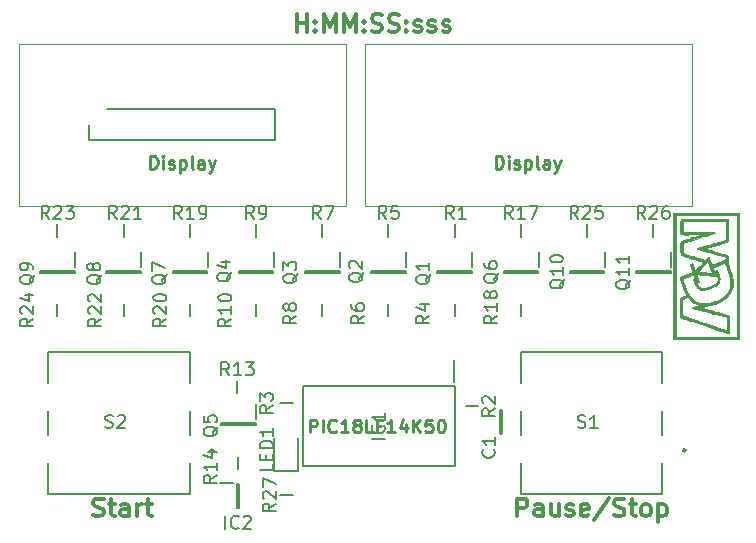
<source format=gbr>
%TF.GenerationSoftware,KiCad,Pcbnew,(5.1.10)-1*%
%TF.CreationDate,2021-07-06T17:58:10+02:00*%
%TF.ProjectId,StopWatch,53746f70-5761-4746-9368-2e6b69636164,rev?*%
%TF.SameCoordinates,Original*%
%TF.FileFunction,Legend,Top*%
%TF.FilePolarity,Positive*%
%FSLAX46Y46*%
G04 Gerber Fmt 4.6, Leading zero omitted, Abs format (unit mm)*
G04 Created by KiCad (PCBNEW (5.1.10)-1) date 2021-07-06 17:58:10*
%MOMM*%
%LPD*%
G01*
G04 APERTURE LIST*
%ADD10C,0.300000*%
%ADD11C,0.275000*%
%ADD12C,0.250000*%
%ADD13C,0.120000*%
%ADD14C,0.200000*%
%ADD15C,0.010000*%
%ADD16C,0.254000*%
%ADD17C,1.500000*%
%ADD18R,1.500000X1.500000*%
%ADD19R,1.400000X1.000000*%
%ADD20R,1.000000X1.400000*%
%ADD21R,0.600000X1.250000*%
%ADD22R,1.050000X0.400000*%
%ADD23C,1.850000*%
%ADD24C,1.950000*%
%ADD25C,1.300000*%
%ADD26R,1.400000X0.950000*%
%ADD27C,1.725000*%
%ADD28R,1.725000X1.725000*%
%ADD29R,0.650000X1.850000*%
%ADD30R,1.470000X1.050000*%
G04 APERTURE END LIST*
D10*
X72214285Y-74428571D02*
X72214285Y-72928571D01*
X72785714Y-72928571D01*
X72928571Y-73000000D01*
X73000000Y-73071428D01*
X73071428Y-73214285D01*
X73071428Y-73428571D01*
X73000000Y-73571428D01*
X72928571Y-73642857D01*
X72785714Y-73714285D01*
X72214285Y-73714285D01*
X74357142Y-74428571D02*
X74357142Y-73642857D01*
X74285714Y-73500000D01*
X74142857Y-73428571D01*
X73857142Y-73428571D01*
X73714285Y-73500000D01*
X74357142Y-74357142D02*
X74214285Y-74428571D01*
X73857142Y-74428571D01*
X73714285Y-74357142D01*
X73642857Y-74214285D01*
X73642857Y-74071428D01*
X73714285Y-73928571D01*
X73857142Y-73857142D01*
X74214285Y-73857142D01*
X74357142Y-73785714D01*
X75714285Y-73428571D02*
X75714285Y-74428571D01*
X75071428Y-73428571D02*
X75071428Y-74214285D01*
X75142857Y-74357142D01*
X75285714Y-74428571D01*
X75500000Y-74428571D01*
X75642857Y-74357142D01*
X75714285Y-74285714D01*
X76357142Y-74357142D02*
X76500000Y-74428571D01*
X76785714Y-74428571D01*
X76928571Y-74357142D01*
X77000000Y-74214285D01*
X77000000Y-74142857D01*
X76928571Y-74000000D01*
X76785714Y-73928571D01*
X76571428Y-73928571D01*
X76428571Y-73857142D01*
X76357142Y-73714285D01*
X76357142Y-73642857D01*
X76428571Y-73500000D01*
X76571428Y-73428571D01*
X76785714Y-73428571D01*
X76928571Y-73500000D01*
X78214285Y-74357142D02*
X78071428Y-74428571D01*
X77785714Y-74428571D01*
X77642857Y-74357142D01*
X77571428Y-74214285D01*
X77571428Y-73642857D01*
X77642857Y-73500000D01*
X77785714Y-73428571D01*
X78071428Y-73428571D01*
X78214285Y-73500000D01*
X78285714Y-73642857D01*
X78285714Y-73785714D01*
X77571428Y-73928571D01*
X80000000Y-72857142D02*
X78714285Y-74785714D01*
X80428571Y-74357142D02*
X80642857Y-74428571D01*
X81000000Y-74428571D01*
X81142857Y-74357142D01*
X81214285Y-74285714D01*
X81285714Y-74142857D01*
X81285714Y-74000000D01*
X81214285Y-73857142D01*
X81142857Y-73785714D01*
X81000000Y-73714285D01*
X80714285Y-73642857D01*
X80571428Y-73571428D01*
X80500000Y-73500000D01*
X80428571Y-73357142D01*
X80428571Y-73214285D01*
X80500000Y-73071428D01*
X80571428Y-73000000D01*
X80714285Y-72928571D01*
X81071428Y-72928571D01*
X81285714Y-73000000D01*
X81714285Y-73428571D02*
X82285714Y-73428571D01*
X81928571Y-72928571D02*
X81928571Y-74214285D01*
X82000000Y-74357142D01*
X82142857Y-74428571D01*
X82285714Y-74428571D01*
X83000000Y-74428571D02*
X82857142Y-74357142D01*
X82785714Y-74285714D01*
X82714285Y-74142857D01*
X82714285Y-73714285D01*
X82785714Y-73571428D01*
X82857142Y-73500000D01*
X83000000Y-73428571D01*
X83214285Y-73428571D01*
X83357142Y-73500000D01*
X83428571Y-73571428D01*
X83500000Y-73714285D01*
X83500000Y-74142857D01*
X83428571Y-74285714D01*
X83357142Y-74357142D01*
X83214285Y-74428571D01*
X83000000Y-74428571D01*
X84142857Y-73428571D02*
X84142857Y-74928571D01*
X84142857Y-73500000D02*
X84285714Y-73428571D01*
X84571428Y-73428571D01*
X84714285Y-73500000D01*
X84785714Y-73571428D01*
X84857142Y-73714285D01*
X84857142Y-74142857D01*
X84785714Y-74285714D01*
X84714285Y-74357142D01*
X84571428Y-74428571D01*
X84285714Y-74428571D01*
X84142857Y-74357142D01*
X36321428Y-74357142D02*
X36535714Y-74428571D01*
X36892857Y-74428571D01*
X37035714Y-74357142D01*
X37107142Y-74285714D01*
X37178571Y-74142857D01*
X37178571Y-74000000D01*
X37107142Y-73857142D01*
X37035714Y-73785714D01*
X36892857Y-73714285D01*
X36607142Y-73642857D01*
X36464285Y-73571428D01*
X36392857Y-73500000D01*
X36321428Y-73357142D01*
X36321428Y-73214285D01*
X36392857Y-73071428D01*
X36464285Y-73000000D01*
X36607142Y-72928571D01*
X36964285Y-72928571D01*
X37178571Y-73000000D01*
X37607142Y-73428571D02*
X38178571Y-73428571D01*
X37821428Y-72928571D02*
X37821428Y-74214285D01*
X37892857Y-74357142D01*
X38035714Y-74428571D01*
X38178571Y-74428571D01*
X39321428Y-74428571D02*
X39321428Y-73642857D01*
X39250000Y-73500000D01*
X39107142Y-73428571D01*
X38821428Y-73428571D01*
X38678571Y-73500000D01*
X39321428Y-74357142D02*
X39178571Y-74428571D01*
X38821428Y-74428571D01*
X38678571Y-74357142D01*
X38607142Y-74214285D01*
X38607142Y-74071428D01*
X38678571Y-73928571D01*
X38821428Y-73857142D01*
X39178571Y-73857142D01*
X39321428Y-73785714D01*
X40035714Y-74428571D02*
X40035714Y-73428571D01*
X40035714Y-73714285D02*
X40107142Y-73571428D01*
X40178571Y-73500000D01*
X40321428Y-73428571D01*
X40464285Y-73428571D01*
X40750000Y-73428571D02*
X41321428Y-73428571D01*
X40964285Y-72928571D02*
X40964285Y-74214285D01*
X41035714Y-74357142D01*
X41178571Y-74428571D01*
X41321428Y-74428571D01*
X53535714Y-33428571D02*
X53535714Y-31928571D01*
X53535714Y-32642857D02*
X54392857Y-32642857D01*
X54392857Y-33428571D02*
X54392857Y-31928571D01*
X55107142Y-33285714D02*
X55178571Y-33357142D01*
X55107142Y-33428571D01*
X55035714Y-33357142D01*
X55107142Y-33285714D01*
X55107142Y-33428571D01*
X55107142Y-32500000D02*
X55178571Y-32571428D01*
X55107142Y-32642857D01*
X55035714Y-32571428D01*
X55107142Y-32500000D01*
X55107142Y-32642857D01*
X55821428Y-33428571D02*
X55821428Y-31928571D01*
X56321428Y-33000000D01*
X56821428Y-31928571D01*
X56821428Y-33428571D01*
X57535714Y-33428571D02*
X57535714Y-31928571D01*
X58035714Y-33000000D01*
X58535714Y-31928571D01*
X58535714Y-33428571D01*
X59250000Y-33285714D02*
X59321428Y-33357142D01*
X59250000Y-33428571D01*
X59178571Y-33357142D01*
X59250000Y-33285714D01*
X59250000Y-33428571D01*
X59250000Y-32500000D02*
X59321428Y-32571428D01*
X59250000Y-32642857D01*
X59178571Y-32571428D01*
X59250000Y-32500000D01*
X59250000Y-32642857D01*
X59892857Y-33357142D02*
X60107142Y-33428571D01*
X60464285Y-33428571D01*
X60607142Y-33357142D01*
X60678571Y-33285714D01*
X60750000Y-33142857D01*
X60750000Y-33000000D01*
X60678571Y-32857142D01*
X60607142Y-32785714D01*
X60464285Y-32714285D01*
X60178571Y-32642857D01*
X60035714Y-32571428D01*
X59964285Y-32500000D01*
X59892857Y-32357142D01*
X59892857Y-32214285D01*
X59964285Y-32071428D01*
X60035714Y-32000000D01*
X60178571Y-31928571D01*
X60535714Y-31928571D01*
X60750000Y-32000000D01*
X61321428Y-33357142D02*
X61535714Y-33428571D01*
X61892857Y-33428571D01*
X62035714Y-33357142D01*
X62107142Y-33285714D01*
X62178571Y-33142857D01*
X62178571Y-33000000D01*
X62107142Y-32857142D01*
X62035714Y-32785714D01*
X61892857Y-32714285D01*
X61607142Y-32642857D01*
X61464285Y-32571428D01*
X61392857Y-32500000D01*
X61321428Y-32357142D01*
X61321428Y-32214285D01*
X61392857Y-32071428D01*
X61464285Y-32000000D01*
X61607142Y-31928571D01*
X61964285Y-31928571D01*
X62178571Y-32000000D01*
X62821428Y-33285714D02*
X62892857Y-33357142D01*
X62821428Y-33428571D01*
X62750000Y-33357142D01*
X62821428Y-33285714D01*
X62821428Y-33428571D01*
X62821428Y-32500000D02*
X62892857Y-32571428D01*
X62821428Y-32642857D01*
X62750000Y-32571428D01*
X62821428Y-32500000D01*
X62821428Y-32642857D01*
X63464285Y-33357142D02*
X63607142Y-33428571D01*
X63892857Y-33428571D01*
X64035714Y-33357142D01*
X64107142Y-33214285D01*
X64107142Y-33142857D01*
X64035714Y-33000000D01*
X63892857Y-32928571D01*
X63678571Y-32928571D01*
X63535714Y-32857142D01*
X63464285Y-32714285D01*
X63464285Y-32642857D01*
X63535714Y-32500000D01*
X63678571Y-32428571D01*
X63892857Y-32428571D01*
X64035714Y-32500000D01*
X64678571Y-33357142D02*
X64821428Y-33428571D01*
X65107142Y-33428571D01*
X65250000Y-33357142D01*
X65321428Y-33214285D01*
X65321428Y-33142857D01*
X65250000Y-33000000D01*
X65107142Y-32928571D01*
X64892857Y-32928571D01*
X64750000Y-32857142D01*
X64678571Y-32714285D01*
X64678571Y-32642857D01*
X64750000Y-32500000D01*
X64892857Y-32428571D01*
X65107142Y-32428571D01*
X65250000Y-32500000D01*
X65892857Y-33357142D02*
X66035714Y-33428571D01*
X66321428Y-33428571D01*
X66464285Y-33357142D01*
X66535714Y-33214285D01*
X66535714Y-33142857D01*
X66464285Y-33000000D01*
X66321428Y-32928571D01*
X66107142Y-32928571D01*
X65964285Y-32857142D01*
X65892857Y-32714285D01*
X65892857Y-32642857D01*
X65964285Y-32500000D01*
X66107142Y-32428571D01*
X66321428Y-32428571D01*
X66464285Y-32500000D01*
D11*
X70372380Y-44997619D02*
X70372380Y-43897619D01*
X70634285Y-43897619D01*
X70791428Y-43950000D01*
X70896190Y-44054761D01*
X70948571Y-44159523D01*
X71000952Y-44369047D01*
X71000952Y-44526190D01*
X70948571Y-44735714D01*
X70896190Y-44840476D01*
X70791428Y-44945238D01*
X70634285Y-44997619D01*
X70372380Y-44997619D01*
X71472380Y-44997619D02*
X71472380Y-44264285D01*
X71472380Y-43897619D02*
X71420000Y-43950000D01*
X71472380Y-44002380D01*
X71524761Y-43950000D01*
X71472380Y-43897619D01*
X71472380Y-44002380D01*
X71943809Y-44945238D02*
X72048571Y-44997619D01*
X72258095Y-44997619D01*
X72362857Y-44945238D01*
X72415238Y-44840476D01*
X72415238Y-44788095D01*
X72362857Y-44683333D01*
X72258095Y-44630952D01*
X72100952Y-44630952D01*
X71996190Y-44578571D01*
X71943809Y-44473809D01*
X71943809Y-44421428D01*
X71996190Y-44316666D01*
X72100952Y-44264285D01*
X72258095Y-44264285D01*
X72362857Y-44316666D01*
X72886666Y-44264285D02*
X72886666Y-45364285D01*
X72886666Y-44316666D02*
X72991428Y-44264285D01*
X73200952Y-44264285D01*
X73305714Y-44316666D01*
X73358095Y-44369047D01*
X73410476Y-44473809D01*
X73410476Y-44788095D01*
X73358095Y-44892857D01*
X73305714Y-44945238D01*
X73200952Y-44997619D01*
X72991428Y-44997619D01*
X72886666Y-44945238D01*
X74039047Y-44997619D02*
X73934285Y-44945238D01*
X73881904Y-44840476D01*
X73881904Y-43897619D01*
X74929523Y-44997619D02*
X74929523Y-44421428D01*
X74877142Y-44316666D01*
X74772380Y-44264285D01*
X74562857Y-44264285D01*
X74458095Y-44316666D01*
X74929523Y-44945238D02*
X74824761Y-44997619D01*
X74562857Y-44997619D01*
X74458095Y-44945238D01*
X74405714Y-44840476D01*
X74405714Y-44735714D01*
X74458095Y-44630952D01*
X74562857Y-44578571D01*
X74824761Y-44578571D01*
X74929523Y-44526190D01*
X75348571Y-44264285D02*
X75610476Y-44997619D01*
X75872380Y-44264285D02*
X75610476Y-44997619D01*
X75505714Y-45259523D01*
X75453333Y-45311904D01*
X75348571Y-45364285D01*
D10*
X70821428Y-65507619D02*
X70821428Y-67412380D01*
D11*
X41122380Y-44997619D02*
X41122380Y-43897619D01*
X41384285Y-43897619D01*
X41541428Y-43950000D01*
X41646190Y-44054761D01*
X41698571Y-44159523D01*
X41750952Y-44369047D01*
X41750952Y-44526190D01*
X41698571Y-44735714D01*
X41646190Y-44840476D01*
X41541428Y-44945238D01*
X41384285Y-44997619D01*
X41122380Y-44997619D01*
X42222380Y-44997619D02*
X42222380Y-44264285D01*
X42222380Y-43897619D02*
X42170000Y-43950000D01*
X42222380Y-44002380D01*
X42274761Y-43950000D01*
X42222380Y-43897619D01*
X42222380Y-44002380D01*
X42693809Y-44945238D02*
X42798571Y-44997619D01*
X43008095Y-44997619D01*
X43112857Y-44945238D01*
X43165238Y-44840476D01*
X43165238Y-44788095D01*
X43112857Y-44683333D01*
X43008095Y-44630952D01*
X42850952Y-44630952D01*
X42746190Y-44578571D01*
X42693809Y-44473809D01*
X42693809Y-44421428D01*
X42746190Y-44316666D01*
X42850952Y-44264285D01*
X43008095Y-44264285D01*
X43112857Y-44316666D01*
X43636666Y-44264285D02*
X43636666Y-45364285D01*
X43636666Y-44316666D02*
X43741428Y-44264285D01*
X43950952Y-44264285D01*
X44055714Y-44316666D01*
X44108095Y-44369047D01*
X44160476Y-44473809D01*
X44160476Y-44788095D01*
X44108095Y-44892857D01*
X44055714Y-44945238D01*
X43950952Y-44997619D01*
X43741428Y-44997619D01*
X43636666Y-44945238D01*
X44789047Y-44997619D02*
X44684285Y-44945238D01*
X44631904Y-44840476D01*
X44631904Y-43897619D01*
X45679523Y-44997619D02*
X45679523Y-44421428D01*
X45627142Y-44316666D01*
X45522380Y-44264285D01*
X45312857Y-44264285D01*
X45208095Y-44316666D01*
X45679523Y-44945238D02*
X45574761Y-44997619D01*
X45312857Y-44997619D01*
X45208095Y-44945238D01*
X45155714Y-44840476D01*
X45155714Y-44735714D01*
X45208095Y-44630952D01*
X45312857Y-44578571D01*
X45574761Y-44578571D01*
X45679523Y-44526190D01*
X46098571Y-44264285D02*
X46360476Y-44997619D01*
X46622380Y-44264285D02*
X46360476Y-44997619D01*
X46255714Y-45259523D01*
X46203333Y-45311904D01*
X46098571Y-45364285D01*
D10*
D12*
X54620476Y-67337619D02*
X54620476Y-66237619D01*
X55039523Y-66237619D01*
X55144285Y-66290000D01*
X55196666Y-66342380D01*
X55249047Y-66447142D01*
X55249047Y-66604285D01*
X55196666Y-66709047D01*
X55144285Y-66761428D01*
X55039523Y-66813809D01*
X54620476Y-66813809D01*
X55720476Y-67337619D02*
X55720476Y-66237619D01*
X56872857Y-67232857D02*
X56820476Y-67285238D01*
X56663333Y-67337619D01*
X56558571Y-67337619D01*
X56401428Y-67285238D01*
X56296666Y-67180476D01*
X56244285Y-67075714D01*
X56191904Y-66866190D01*
X56191904Y-66709047D01*
X56244285Y-66499523D01*
X56296666Y-66394761D01*
X56401428Y-66290000D01*
X56558571Y-66237619D01*
X56663333Y-66237619D01*
X56820476Y-66290000D01*
X56872857Y-66342380D01*
X57920476Y-67337619D02*
X57291904Y-67337619D01*
X57606190Y-67337619D02*
X57606190Y-66237619D01*
X57501428Y-66394761D01*
X57396666Y-66499523D01*
X57291904Y-66551904D01*
X58549047Y-66709047D02*
X58444285Y-66656666D01*
X58391904Y-66604285D01*
X58339523Y-66499523D01*
X58339523Y-66447142D01*
X58391904Y-66342380D01*
X58444285Y-66290000D01*
X58549047Y-66237619D01*
X58758571Y-66237619D01*
X58863333Y-66290000D01*
X58915714Y-66342380D01*
X58968095Y-66447142D01*
X58968095Y-66499523D01*
X58915714Y-66604285D01*
X58863333Y-66656666D01*
X58758571Y-66709047D01*
X58549047Y-66709047D01*
X58444285Y-66761428D01*
X58391904Y-66813809D01*
X58339523Y-66918571D01*
X58339523Y-67128095D01*
X58391904Y-67232857D01*
X58444285Y-67285238D01*
X58549047Y-67337619D01*
X58758571Y-67337619D01*
X58863333Y-67285238D01*
X58915714Y-67232857D01*
X58968095Y-67128095D01*
X58968095Y-66918571D01*
X58915714Y-66813809D01*
X58863333Y-66761428D01*
X58758571Y-66709047D01*
X59963333Y-67337619D02*
X59439523Y-67337619D01*
X59439523Y-66237619D01*
X60696666Y-66761428D02*
X60330000Y-66761428D01*
X60330000Y-67337619D02*
X60330000Y-66237619D01*
X60853809Y-66237619D01*
X61849047Y-67337619D02*
X61220476Y-67337619D01*
X61534761Y-67337619D02*
X61534761Y-66237619D01*
X61430000Y-66394761D01*
X61325238Y-66499523D01*
X61220476Y-66551904D01*
X62791904Y-66604285D02*
X62791904Y-67337619D01*
X62530000Y-66185238D02*
X62268095Y-66970952D01*
X62949047Y-66970952D01*
X63368095Y-67337619D02*
X63368095Y-66237619D01*
X63996666Y-67337619D02*
X63525238Y-66709047D01*
X63996666Y-66237619D02*
X63368095Y-66866190D01*
X64991904Y-66237619D02*
X64468095Y-66237619D01*
X64415714Y-66761428D01*
X64468095Y-66709047D01*
X64572857Y-66656666D01*
X64834761Y-66656666D01*
X64939523Y-66709047D01*
X64991904Y-66761428D01*
X65044285Y-66866190D01*
X65044285Y-67128095D01*
X64991904Y-67232857D01*
X64939523Y-67285238D01*
X64834761Y-67337619D01*
X64572857Y-67337619D01*
X64468095Y-67285238D01*
X64415714Y-67232857D01*
X65725238Y-66237619D02*
X65829999Y-66237619D01*
X65934761Y-66290000D01*
X65987142Y-66342380D01*
X66039523Y-66447142D01*
X66091904Y-66656666D01*
X66091904Y-66918571D01*
X66039523Y-67128095D01*
X65987142Y-67232857D01*
X65934761Y-67285238D01*
X65829999Y-67337619D01*
X65725238Y-67337619D01*
X65620476Y-67285238D01*
X65568095Y-67232857D01*
X65515714Y-67128095D01*
X65463333Y-66918571D01*
X65463333Y-66656666D01*
X65515714Y-66447142D01*
X65568095Y-66342380D01*
X65620476Y-66290000D01*
X65725238Y-66237619D01*
D13*
%TO.C,U3*%
X59310000Y-48120000D02*
X59310000Y-34420000D01*
X87000000Y-34420000D02*
X59310000Y-34420000D01*
X59310000Y-48120000D02*
X87000000Y-48120000D01*
X87000000Y-48120000D02*
X87000000Y-34420000D01*
%TO.C,U1*%
X57690000Y-34420000D02*
X30000000Y-34420000D01*
X57690000Y-48120000D02*
X57690000Y-34420000D01*
X30000000Y-48120000D02*
X57690000Y-48120000D01*
X30000000Y-48120000D02*
X30000000Y-34420000D01*
D14*
%TO.C,R27*%
X53206800Y-72618500D02*
X52156800Y-72618500D01*
%TO.C,R26*%
X83730000Y-50765000D02*
X83730000Y-49715000D01*
%TO.C,R25*%
X78123700Y-49705000D02*
X78123700Y-50755000D01*
%TO.C,R24*%
X33273400Y-56435000D02*
X33273400Y-57485000D01*
%TO.C,R23*%
X33273400Y-49696000D02*
X33273400Y-50746000D01*
%TO.C,R22*%
X38877200Y-57485000D02*
X38877200Y-56435000D01*
%TO.C,R21*%
X38879700Y-50746000D02*
X38879700Y-49696000D01*
%TO.C,R20*%
X44481000Y-57485000D02*
X44481000Y-56435000D01*
%TO.C,R19*%
X44486000Y-49696000D02*
X44486000Y-50746000D01*
%TO.C,R18*%
X72500000Y-56435000D02*
X72500000Y-57485000D01*
%TO.C,R17*%
X72517400Y-50746000D02*
X72517400Y-49696000D01*
%TO.C,Q11*%
X85190000Y-53647600D02*
X85190000Y-53797600D01*
X85190000Y-53797600D02*
X82270000Y-53797600D01*
X82270000Y-53797600D02*
X82270000Y-53647600D01*
X82270000Y-53647600D02*
X85190000Y-53647600D01*
X85235000Y-52047600D02*
X85235000Y-53297600D01*
%TO.C,Q10*%
X79583700Y-53646800D02*
X79583700Y-53796800D01*
X79583700Y-53796800D02*
X76663700Y-53796800D01*
X76663700Y-53796800D02*
X76663700Y-53646800D01*
X76663700Y-53646800D02*
X79583700Y-53646800D01*
X79628700Y-52046800D02*
X79628700Y-53296800D01*
%TO.C,Q9*%
X34733400Y-53651200D02*
X34733400Y-53801200D01*
X34733400Y-53801200D02*
X31813400Y-53801200D01*
X31813400Y-53801200D02*
X31813400Y-53651200D01*
X31813400Y-53651200D02*
X34733400Y-53651200D01*
X34778400Y-52051200D02*
X34778400Y-53301200D01*
%TO.C,Q8*%
X40339700Y-53651200D02*
X40339700Y-53801200D01*
X40339700Y-53801200D02*
X37419700Y-53801200D01*
X37419700Y-53801200D02*
X37419700Y-53651200D01*
X37419700Y-53651200D02*
X40339700Y-53651200D01*
X40384700Y-52051200D02*
X40384700Y-53301200D01*
%TO.C,Q7*%
X45946000Y-53651200D02*
X45946000Y-53801200D01*
X45946000Y-53801200D02*
X43026000Y-53801200D01*
X43026000Y-53801200D02*
X43026000Y-53651200D01*
X43026000Y-53651200D02*
X45946000Y-53651200D01*
X45991000Y-52051200D02*
X45991000Y-53301200D01*
%TO.C,Q6*%
X73977400Y-53651200D02*
X73977400Y-53801200D01*
X73977400Y-53801200D02*
X71057400Y-53801200D01*
X71057400Y-53801200D02*
X71057400Y-53651200D01*
X71057400Y-53651200D02*
X73977400Y-53651200D01*
X74022400Y-52051200D02*
X74022400Y-53301200D01*
%TO.C,IC2*%
X47072100Y-71590000D02*
X48122100Y-71590000D01*
X48472100Y-73715000D02*
X48472100Y-71665000D01*
X48622100Y-73715000D02*
X48472100Y-73715000D01*
X48622100Y-71665000D02*
X48622100Y-73715000D01*
X48472100Y-71665000D02*
X48622100Y-71665000D01*
D15*
%TO.C,G\u002A\u002A\u002A*%
G36*
X88185625Y-59418624D02*
G01*
X85428666Y-59423684D01*
X85428666Y-48735441D01*
X88185625Y-48740502D01*
X90805000Y-48745310D01*
X90805000Y-48883146D01*
X85619166Y-48883146D01*
X85619166Y-59275980D01*
X90805000Y-59275980D01*
X90805000Y-48883146D01*
X90805000Y-48745310D01*
X90942583Y-48745563D01*
X90942583Y-59413563D01*
X88185625Y-59418624D01*
G37*
X88185625Y-59418624D02*
X85428666Y-59423684D01*
X85428666Y-48735441D01*
X88185625Y-48740502D01*
X90805000Y-48745310D01*
X90805000Y-48883146D01*
X85619166Y-48883146D01*
X85619166Y-59275980D01*
X90805000Y-59275980D01*
X90805000Y-48883146D01*
X90805000Y-48745310D01*
X90942583Y-48745563D01*
X90942583Y-59413563D01*
X88185625Y-59418624D01*
G36*
X90454578Y-54651063D02*
G01*
X90453595Y-54776837D01*
X90450709Y-54871392D01*
X90444429Y-54945842D01*
X90433264Y-55011299D01*
X90415721Y-55078876D01*
X90390310Y-55159687D01*
X90383554Y-55180230D01*
X90345847Y-55284577D01*
X90302888Y-55388214D01*
X90261481Y-55475252D01*
X90243043Y-55508313D01*
X90206771Y-55560581D01*
X90152563Y-55629511D01*
X90086263Y-55708638D01*
X90013719Y-55791493D01*
X89940777Y-55871613D01*
X89873282Y-55942529D01*
X89817081Y-55997777D01*
X89778019Y-56030889D01*
X89764616Y-56037480D01*
X89737801Y-56048364D01*
X89687002Y-56076899D01*
X89623294Y-56116855D01*
X89536070Y-56173898D01*
X89476001Y-56212549D01*
X89434918Y-56237744D01*
X89404650Y-56254421D01*
X89377029Y-56267515D01*
X89365666Y-56272517D01*
X89306487Y-56298681D01*
X89249250Y-56324409D01*
X89129894Y-56372758D01*
X88980461Y-56424232D01*
X88812672Y-56475231D01*
X88638247Y-56522157D01*
X88497833Y-56555213D01*
X88377041Y-56582592D01*
X88250241Y-56613103D01*
X88124090Y-56644943D01*
X88005243Y-56676308D01*
X87900356Y-56705396D01*
X87816086Y-56730405D01*
X87759088Y-56749531D01*
X87736018Y-56760973D01*
X87735833Y-56761595D01*
X87752883Y-56776735D01*
X87765372Y-56778313D01*
X87790743Y-56783801D01*
X87853147Y-56799590D01*
X87948821Y-56824670D01*
X88074005Y-56858029D01*
X88224937Y-56898656D01*
X88397855Y-56945539D01*
X88588998Y-56997669D01*
X88794604Y-57054032D01*
X88945414Y-57095545D01*
X89203275Y-57166894D01*
X89422951Y-57228261D01*
X89607182Y-57280483D01*
X89758711Y-57324395D01*
X89880280Y-57360836D01*
X89974630Y-57390639D01*
X90044503Y-57414643D01*
X90092641Y-57433682D01*
X90121787Y-57448593D01*
X90132958Y-57457724D01*
X90143369Y-57473568D01*
X90151643Y-57496130D01*
X90158020Y-57530032D01*
X90162743Y-57579898D01*
X90166053Y-57650352D01*
X90168191Y-57746018D01*
X90169398Y-57871517D01*
X90169917Y-58031475D01*
X90170000Y-58167074D01*
X90169891Y-58352590D01*
X90169378Y-58500420D01*
X90168182Y-58615208D01*
X90166026Y-58701603D01*
X90162632Y-58764251D01*
X90157720Y-58807798D01*
X90151012Y-58836890D01*
X90142231Y-58856174D01*
X90131098Y-58870296D01*
X90127667Y-58873813D01*
X90063958Y-58908850D01*
X90005637Y-58916146D01*
X89977247Y-58909506D01*
X89912160Y-58890338D01*
X89813748Y-58859771D01*
X89685384Y-58818931D01*
X89530441Y-58768949D01*
X89352292Y-58710951D01*
X89154309Y-58646067D01*
X88939866Y-58575424D01*
X88712335Y-58500150D01*
X88475089Y-58421374D01*
X88231501Y-58340224D01*
X87984943Y-58257827D01*
X87738789Y-58175314D01*
X87496410Y-58093810D01*
X87261181Y-58014445D01*
X87036473Y-57938348D01*
X86825660Y-57866645D01*
X86632115Y-57800465D01*
X86459209Y-57740937D01*
X86310316Y-57689189D01*
X86188810Y-57646348D01*
X86098061Y-57613543D01*
X86041444Y-57591903D01*
X86025086Y-57584655D01*
X85985529Y-57551706D01*
X85970907Y-57528586D01*
X85967909Y-57500192D01*
X85965153Y-57434442D01*
X85962721Y-57336311D01*
X85960691Y-57210777D01*
X85959146Y-57062816D01*
X85958167Y-56897403D01*
X85957833Y-56723665D01*
X85957941Y-56522069D01*
X85958401Y-56358553D01*
X85959425Y-56228863D01*
X85961218Y-56128746D01*
X85963990Y-56053947D01*
X85967950Y-56000214D01*
X85973305Y-55963293D01*
X85980265Y-55938930D01*
X85989037Y-55922872D01*
X85997549Y-55913097D01*
X86033988Y-55889856D01*
X86100246Y-55859155D01*
X86185588Y-55825678D01*
X86246257Y-55804630D01*
X86335221Y-55774308D01*
X86409403Y-55747052D01*
X86459329Y-55726459D01*
X86474773Y-55717931D01*
X86479765Y-55687025D01*
X86461676Y-55633746D01*
X86460152Y-55630606D01*
X86378084Y-55456392D01*
X86315858Y-55306254D01*
X86269181Y-55169490D01*
X86254065Y-55116730D01*
X86225032Y-55019999D01*
X86191541Y-54923554D01*
X86160421Y-54846939D01*
X86157912Y-54841563D01*
X86138766Y-54793856D01*
X86112401Y-54718435D01*
X86081608Y-54624449D01*
X86049180Y-54521048D01*
X86017909Y-54417382D01*
X85990587Y-54322601D01*
X85970006Y-54245855D01*
X85958959Y-54196295D01*
X85957833Y-54185878D01*
X85975291Y-54169846D01*
X86018158Y-54147693D01*
X86026625Y-54144076D01*
X86153573Y-54091928D01*
X86269185Y-54045547D01*
X86367269Y-54007324D01*
X86441637Y-53979651D01*
X86486097Y-53964919D01*
X86494897Y-53963146D01*
X86528124Y-53955596D01*
X86588429Y-53935337D01*
X86667072Y-53905956D01*
X86755317Y-53871039D01*
X86844425Y-53834175D01*
X86925657Y-53798951D01*
X86990276Y-53768952D01*
X87029543Y-53747766D01*
X87037333Y-53740477D01*
X87030089Y-53711910D01*
X87010784Y-53654612D01*
X86983054Y-53579170D01*
X86971829Y-53549913D01*
X86932984Y-53447521D01*
X86892546Y-53337331D01*
X86858880Y-53242160D01*
X86857118Y-53237015D01*
X86807911Y-53092968D01*
X86859122Y-53072974D01*
X86921117Y-53048778D01*
X86963840Y-53032112D01*
X87005329Y-53022107D01*
X87028020Y-53040508D01*
X87036248Y-53058571D01*
X87050570Y-53095466D01*
X87076412Y-53163001D01*
X87110354Y-53252205D01*
X87148976Y-53354109D01*
X87157023Y-53375387D01*
X87258896Y-53644878D01*
X87301573Y-53595345D01*
X87328974Y-53565077D01*
X87380360Y-53509712D01*
X87450521Y-53434812D01*
X87534246Y-53345936D01*
X87626324Y-53248644D01*
X87640583Y-53233616D01*
X87730806Y-53137555D01*
X87810617Y-53050660D01*
X87875506Y-52977997D01*
X87920964Y-52924636D01*
X87942480Y-52895645D01*
X87943526Y-52893165D01*
X87932444Y-52870543D01*
X87911776Y-52867054D01*
X87882421Y-52861580D01*
X87818026Y-52845054D01*
X87723973Y-52819007D01*
X87605643Y-52784971D01*
X87468417Y-52744476D01*
X87317676Y-52699052D01*
X87270166Y-52684553D01*
X87018666Y-52607508D01*
X86804596Y-52541723D01*
X86624877Y-52486160D01*
X86476433Y-52439782D01*
X86356185Y-52401550D01*
X86261056Y-52370425D01*
X86187968Y-52345371D01*
X86133844Y-52325348D01*
X86095605Y-52309318D01*
X86070175Y-52296244D01*
X86054474Y-52285087D01*
X86045426Y-52274808D01*
X86042908Y-52270576D01*
X86036074Y-52236453D01*
X86030339Y-52164396D01*
X86025873Y-52058792D01*
X86022844Y-51924029D01*
X86021421Y-51764496D01*
X86021333Y-51710288D01*
X86021191Y-51539495D01*
X86022139Y-51405787D01*
X86026240Y-51303925D01*
X86035554Y-51228673D01*
X86052145Y-51174792D01*
X86078072Y-51137046D01*
X86115400Y-51110195D01*
X86166188Y-51089003D01*
X86232499Y-51068232D01*
X86279646Y-51054081D01*
X86341887Y-51035177D01*
X86438509Y-51005914D01*
X86563360Y-50968153D01*
X86710287Y-50923753D01*
X86873139Y-50874573D01*
X87045764Y-50822472D01*
X87175860Y-50783227D01*
X87896471Y-50565896D01*
X87002295Y-50572247D01*
X86784366Y-50573744D01*
X86604823Y-50574745D01*
X86459721Y-50575093D01*
X86345111Y-50574633D01*
X86257050Y-50573208D01*
X86191590Y-50570663D01*
X86144785Y-50566842D01*
X86112690Y-50561589D01*
X86091358Y-50554748D01*
X86076843Y-50546163D01*
X86065200Y-50535679D01*
X86064726Y-50535205D01*
X86051776Y-50520516D01*
X86041694Y-50502070D01*
X86034122Y-50474796D01*
X86028701Y-50433622D01*
X86025073Y-50373477D01*
X86022881Y-50289288D01*
X86021767Y-50175984D01*
X86021373Y-50028493D01*
X86021333Y-49920313D01*
X86021478Y-49749491D01*
X86022144Y-49615941D01*
X86023680Y-49514602D01*
X86026436Y-49440414D01*
X86030761Y-49388315D01*
X86037004Y-49353245D01*
X86045513Y-49330142D01*
X86056637Y-49313946D01*
X86063667Y-49306480D01*
X86071603Y-49299284D01*
X86081855Y-49292954D01*
X86097026Y-49287433D01*
X86119720Y-49282667D01*
X86152542Y-49278600D01*
X86198095Y-49275176D01*
X86211833Y-49274537D01*
X86211833Y-49454646D01*
X86211833Y-50388221D01*
X87561208Y-50384714D01*
X87833692Y-50384054D01*
X88066891Y-50383647D01*
X88263849Y-50383572D01*
X88427615Y-50383906D01*
X88561236Y-50384724D01*
X88667757Y-50386106D01*
X88750227Y-50388126D01*
X88811691Y-50390864D01*
X88855196Y-50394395D01*
X88883790Y-50398797D01*
X88900519Y-50404147D01*
X88908430Y-50410522D01*
X88910569Y-50417999D01*
X88910583Y-50418851D01*
X88905137Y-50428113D01*
X88887031Y-50440130D01*
X88853612Y-50455776D01*
X88802226Y-50475927D01*
X88730221Y-50501457D01*
X88634944Y-50533241D01*
X88513742Y-50572152D01*
X88363961Y-50619065D01*
X88182950Y-50674855D01*
X87968054Y-50740397D01*
X87716620Y-50816564D01*
X87566500Y-50861884D01*
X86222416Y-51267271D01*
X86216708Y-51714319D01*
X86210999Y-52161367D01*
X86449541Y-52235240D01*
X86650157Y-52297196D01*
X86853201Y-52359582D01*
X87054533Y-52421152D01*
X87250009Y-52480659D01*
X87435491Y-52536856D01*
X87606835Y-52588496D01*
X87759900Y-52634333D01*
X87890546Y-52673119D01*
X87994631Y-52703607D01*
X88068014Y-52724552D01*
X88106552Y-52734706D01*
X88111067Y-52735479D01*
X88142726Y-52719424D01*
X88152823Y-52706632D01*
X88198138Y-52641239D01*
X88253973Y-52577045D01*
X88310943Y-52523223D01*
X88323466Y-52514413D01*
X88323466Y-52845530D01*
X88160472Y-53018047D01*
X88085589Y-53097326D01*
X87992018Y-53196421D01*
X87890123Y-53304357D01*
X87790266Y-53410157D01*
X87759363Y-53442905D01*
X87662474Y-53547701D01*
X87595419Y-53625287D01*
X87556973Y-53677219D01*
X87545913Y-53705052D01*
X87549166Y-53709944D01*
X87582509Y-53718458D01*
X87645798Y-53727813D01*
X87726725Y-53736268D01*
X87746416Y-53737892D01*
X87849861Y-53746756D01*
X87972475Y-53758392D01*
X88091389Y-53770608D01*
X88116833Y-53773382D01*
X88310725Y-53794048D01*
X88463204Y-53808565D01*
X88574735Y-53816967D01*
X88645785Y-53819288D01*
X88676820Y-53815562D01*
X88678115Y-53814389D01*
X88673632Y-53791243D01*
X88656106Y-53735369D01*
X88627843Y-53653493D01*
X88591149Y-53552342D01*
X88558065Y-53464146D01*
X88510833Y-53339887D01*
X88464397Y-53217633D01*
X88422755Y-53107912D01*
X88389901Y-53021249D01*
X88376674Y-52986297D01*
X88323466Y-52845530D01*
X88323466Y-52514413D01*
X88359666Y-52488945D01*
X88383142Y-52481480D01*
X88406143Y-52486400D01*
X88427558Y-52505520D01*
X88451341Y-52545382D01*
X88481448Y-52612526D01*
X88518946Y-52706102D01*
X88558422Y-52808702D01*
X88595667Y-52908371D01*
X88625737Y-52991733D01*
X88640183Y-53034185D01*
X88661841Y-53092785D01*
X88680949Y-53130285D01*
X88689028Y-53137646D01*
X88716532Y-53130340D01*
X88772846Y-53111027D01*
X88847552Y-53083614D01*
X88930232Y-53052011D01*
X89010470Y-53020125D01*
X89077846Y-52991863D01*
X89079011Y-52991353D01*
X89149489Y-52961471D01*
X89215993Y-52934839D01*
X89228083Y-52930268D01*
X89387377Y-52870477D01*
X89510802Y-52822461D01*
X89602577Y-52784389D01*
X89666921Y-52754430D01*
X89708051Y-52730755D01*
X89729037Y-52712927D01*
X89754290Y-52694306D01*
X89754290Y-53005222D01*
X89726989Y-53007090D01*
X89668011Y-53022524D01*
X89584909Y-53049194D01*
X89485242Y-53084770D01*
X89436790Y-53103145D01*
X89313846Y-53150623D01*
X89186807Y-53199693D01*
X89069456Y-53245029D01*
X88975577Y-53281307D01*
X88963500Y-53285975D01*
X88883626Y-53317158D01*
X88820286Y-53342466D01*
X88782717Y-53358179D01*
X88776516Y-53361249D01*
X88778626Y-53383142D01*
X88793244Y-53431209D01*
X88815577Y-53492989D01*
X88840833Y-53556017D01*
X88864222Y-53607833D01*
X88880950Y-53635973D01*
X88882715Y-53637462D01*
X88912630Y-53639308D01*
X88968032Y-53631082D01*
X89005344Y-53622559D01*
X89064004Y-53610217D01*
X89064004Y-53797873D01*
X89003939Y-53818811D01*
X88943875Y-53839750D01*
X88985129Y-53948323D01*
X89006957Y-54018287D01*
X89011641Y-54064742D01*
X89007058Y-54076221D01*
X88976614Y-54082532D01*
X88905241Y-54082119D01*
X88793795Y-54075044D01*
X88643132Y-54061371D01*
X88454109Y-54041161D01*
X88328500Y-54026619D01*
X88206776Y-54012881D01*
X88073903Y-53999038D01*
X87936478Y-53985649D01*
X87801102Y-53973276D01*
X87674374Y-53962480D01*
X87562894Y-53953821D01*
X87473260Y-53947859D01*
X87412071Y-53945157D01*
X87385929Y-53946273D01*
X87385584Y-53946506D01*
X87387122Y-53970260D01*
X87401559Y-54022587D01*
X87425888Y-54092827D01*
X87429852Y-54103326D01*
X87457327Y-54176844D01*
X87488608Y-54262817D01*
X87520377Y-54351817D01*
X87549316Y-54434416D01*
X87572106Y-54501185D01*
X87585430Y-54542696D01*
X87587519Y-54551273D01*
X87569998Y-54562252D01*
X87524996Y-54583755D01*
X87488853Y-54599674D01*
X87426862Y-54623335D01*
X87388089Y-54624638D01*
X87362761Y-54597897D01*
X87341100Y-54537428D01*
X87333086Y-54509082D01*
X87313403Y-54454586D01*
X87292407Y-54419722D01*
X87288490Y-54416473D01*
X87274150Y-54418689D01*
X87277882Y-54442037D01*
X87289951Y-54481460D01*
X87310063Y-54547454D01*
X87333968Y-54626082D01*
X87335127Y-54629896D01*
X87401106Y-54790840D01*
X87491166Y-54922247D01*
X87602427Y-55020355D01*
X87658928Y-55052776D01*
X87724806Y-55082439D01*
X87779633Y-55097724D01*
X87840859Y-55101420D01*
X87925938Y-55096313D01*
X87929579Y-55096008D01*
X88061666Y-55082255D01*
X88184491Y-55064620D01*
X88289248Y-55044717D01*
X88367131Y-55024162D01*
X88402583Y-55009303D01*
X88455311Y-54985619D01*
X88507682Y-54969534D01*
X88645115Y-54924978D01*
X88783770Y-54857978D01*
X88914488Y-54774877D01*
X89028110Y-54682016D01*
X89115476Y-54585738D01*
X89155504Y-54520956D01*
X89182319Y-54442110D01*
X89190757Y-54349476D01*
X89180382Y-54236690D01*
X89150758Y-54097391D01*
X89118437Y-53981051D01*
X89064004Y-53797873D01*
X89064004Y-53610217D01*
X89073774Y-53608161D01*
X89115667Y-53609018D01*
X89140429Y-53622000D01*
X89158883Y-53651463D01*
X89186046Y-53712542D01*
X89218284Y-53796361D01*
X89251960Y-53894043D01*
X89252450Y-53895544D01*
X89288915Y-54012162D01*
X89312671Y-54103239D01*
X89326295Y-54182709D01*
X89332368Y-54264508D01*
X89333515Y-54333563D01*
X89327100Y-54467024D01*
X89304151Y-54572824D01*
X89260070Y-54663918D01*
X89190261Y-54753260D01*
X89180993Y-54763344D01*
X89111450Y-54825134D01*
X89015835Y-54893232D01*
X88907790Y-54959290D01*
X88800961Y-55014963D01*
X88709500Y-55051748D01*
X88637337Y-55075200D01*
X88576467Y-55096674D01*
X88550750Y-55106912D01*
X88503473Y-55124942D01*
X88432561Y-55148528D01*
X88349791Y-55174169D01*
X88266943Y-55198365D01*
X88195794Y-55217615D01*
X88148123Y-55228417D01*
X88138000Y-55229592D01*
X88102767Y-55231461D01*
X88037976Y-55236172D01*
X87956232Y-55242793D01*
X87936916Y-55244440D01*
X87778388Y-55244240D01*
X87637062Y-55211709D01*
X87499215Y-55143296D01*
X87468160Y-55123190D01*
X87386797Y-55047148D01*
X87306900Y-54929785D01*
X87228967Y-54772104D01*
X87153496Y-54575106D01*
X87084193Y-54351243D01*
X87097407Y-54329033D01*
X87138864Y-54304774D01*
X87152546Y-54299366D01*
X87201182Y-54276688D01*
X87226711Y-54254853D01*
X87227833Y-54250771D01*
X87220508Y-54217547D01*
X87201954Y-54163132D01*
X87177302Y-54100079D01*
X87151685Y-54040940D01*
X87130234Y-53998270D01*
X87118907Y-53984313D01*
X87094958Y-53991545D01*
X87039544Y-54011299D01*
X86960618Y-54040659D01*
X86866133Y-54076711D01*
X86854216Y-54081314D01*
X86738079Y-54125721D01*
X86616748Y-54171262D01*
X86506025Y-54212048D01*
X86434083Y-54237868D01*
X86351472Y-54267151D01*
X86281079Y-54292521D01*
X86234976Y-54309612D01*
X86227708Y-54312464D01*
X86194253Y-54342975D01*
X86198875Y-54384340D01*
X86209086Y-54398121D01*
X86223651Y-54427025D01*
X86245346Y-54485093D01*
X86269898Y-54560720D01*
X86274144Y-54574809D01*
X86300420Y-54656765D01*
X86326394Y-54727453D01*
X86346889Y-54772908D01*
X86348665Y-54775893D01*
X86366188Y-54814009D01*
X86391724Y-54882202D01*
X86421477Y-54969896D01*
X86444440Y-55042646D01*
X86483808Y-55166915D01*
X86521210Y-55272532D01*
X86563326Y-55376870D01*
X86616835Y-55497302D01*
X86631630Y-55529480D01*
X86650770Y-55563715D01*
X86650770Y-55887666D01*
X86415427Y-55965421D01*
X86321525Y-55996756D01*
X86242511Y-56023704D01*
X86186997Y-56043290D01*
X86163917Y-56052340D01*
X86160157Y-56074958D01*
X86157049Y-56134810D01*
X86154672Y-56226804D01*
X86153104Y-56345844D01*
X86152423Y-56486837D01*
X86152709Y-56644689D01*
X86153333Y-56740220D01*
X86158916Y-57418935D01*
X88053333Y-58061666D01*
X88325533Y-58153962D01*
X88586356Y-58242292D01*
X88833010Y-58325717D01*
X89062706Y-58403299D01*
X89272653Y-58474099D01*
X89460060Y-58537177D01*
X89622136Y-58591594D01*
X89756092Y-58636413D01*
X89859137Y-58670693D01*
X89928480Y-58693496D01*
X89961331Y-58703882D01*
X89963625Y-58704438D01*
X89967858Y-58684205D01*
X89971652Y-58627170D01*
X89974851Y-58538863D01*
X89977298Y-58424815D01*
X89978839Y-58290555D01*
X89979319Y-58148855D01*
X89979138Y-57593230D01*
X89021527Y-57329338D01*
X88804340Y-57269729D01*
X88580259Y-57208671D01*
X88356645Y-57148139D01*
X88140857Y-57090109D01*
X87940255Y-57036557D01*
X87762198Y-56989460D01*
X87614046Y-56950792D01*
X87555916Y-56935856D01*
X87372745Y-56888427D01*
X87229980Y-56848882D01*
X87126800Y-56815488D01*
X87062386Y-56786508D01*
X87035919Y-56760209D01*
X87046577Y-56734855D01*
X87093542Y-56708712D01*
X87175992Y-56680045D01*
X87293109Y-56647119D01*
X87405658Y-56617960D01*
X87721067Y-56537591D01*
X87574992Y-56508637D01*
X87386590Y-56455891D01*
X87208126Y-56372820D01*
X87034083Y-56256098D01*
X86858945Y-56102401D01*
X86796427Y-56039318D01*
X86650770Y-55887666D01*
X86650770Y-55563715D01*
X86719715Y-55687036D01*
X86834437Y-55842177D01*
X86967611Y-55986587D01*
X87111052Y-56111950D01*
X87256573Y-56209954D01*
X87344250Y-56253328D01*
X87471482Y-56304781D01*
X87574247Y-56340915D01*
X87666190Y-56364842D01*
X87760956Y-56379674D01*
X87872190Y-56388523D01*
X87953683Y-56392300D01*
X88112046Y-56394832D01*
X88257597Y-56390100D01*
X88376574Y-56378591D01*
X88387600Y-56376908D01*
X88452478Y-56363408D01*
X88542737Y-56340413D01*
X88650263Y-56310438D01*
X88766945Y-56276001D01*
X88884670Y-56239617D01*
X88995326Y-56203803D01*
X89090801Y-56171076D01*
X89162981Y-56143952D01*
X89203755Y-56124947D01*
X89206916Y-56122755D01*
X89242418Y-56104097D01*
X89281000Y-56089941D01*
X89333788Y-56065952D01*
X89392803Y-56028771D01*
X89399414Y-56023851D01*
X89445234Y-55991796D01*
X89476782Y-55974801D01*
X89480718Y-55973980D01*
X89510927Y-55960643D01*
X89563666Y-55925157D01*
X89630565Y-55874305D01*
X89703250Y-55814872D01*
X89773352Y-55753641D01*
X89832498Y-55697397D01*
X89863869Y-55663479D01*
X89920079Y-55596715D01*
X89974645Y-55531992D01*
X90002509Y-55498997D01*
X90066720Y-55404817D01*
X90129487Y-55279421D01*
X90186014Y-55133795D01*
X90231508Y-54978923D01*
X90234025Y-54968563D01*
X90245851Y-54891130D01*
X90253290Y-54784166D01*
X90256331Y-54660246D01*
X90254961Y-54531946D01*
X90249170Y-54411841D01*
X90238945Y-54312507D01*
X90234664Y-54286783D01*
X90219649Y-54224130D01*
X90194048Y-54134030D01*
X90161545Y-54028896D01*
X90128443Y-53928780D01*
X90089354Y-53814494D01*
X90041874Y-53675633D01*
X89991297Y-53527680D01*
X89942917Y-53386119D01*
X89930340Y-53349313D01*
X89891675Y-53239511D01*
X89856307Y-53145285D01*
X89826918Y-53073308D01*
X89806192Y-53030257D01*
X89798327Y-53020905D01*
X89763238Y-53010242D01*
X89754290Y-53005222D01*
X89754290Y-52694306D01*
X89775543Y-52678634D01*
X89829579Y-52658572D01*
X89873207Y-52644969D01*
X89891360Y-52618179D01*
X89894833Y-52568127D01*
X89894833Y-52490733D01*
X88915875Y-52211366D01*
X88709659Y-52152719D01*
X88507345Y-52095560D01*
X88314320Y-52041387D01*
X88135972Y-51991693D01*
X87977688Y-51947977D01*
X87844856Y-51911734D01*
X87742864Y-51884459D01*
X87685645Y-51869742D01*
X87554135Y-51835236D01*
X87461676Y-51805343D01*
X87408648Y-51778332D01*
X87395428Y-51752471D01*
X87422397Y-51726030D01*
X87489931Y-51697275D01*
X87598411Y-51664477D01*
X87738441Y-51628317D01*
X87829734Y-51604907D01*
X87955437Y-51571454D01*
X88109296Y-51529681D01*
X88285059Y-51481316D01*
X88476470Y-51428083D01*
X88677277Y-51371708D01*
X88881225Y-51313916D01*
X88974083Y-51287414D01*
X89884250Y-51027031D01*
X89889799Y-50240838D01*
X89895348Y-49454646D01*
X86211833Y-49454646D01*
X86211833Y-49274537D01*
X86258983Y-49272341D01*
X86337811Y-49270038D01*
X86437182Y-49268213D01*
X86559700Y-49266809D01*
X86707969Y-49265772D01*
X86884593Y-49265047D01*
X87092176Y-49264577D01*
X87333323Y-49264307D01*
X87610636Y-49264183D01*
X87926720Y-49264148D01*
X88053333Y-49264146D01*
X88384343Y-49264162D01*
X88675623Y-49264248D01*
X88929778Y-49264457D01*
X89149411Y-49264847D01*
X89337127Y-49265472D01*
X89495529Y-49266388D01*
X89627222Y-49267650D01*
X89734809Y-49269314D01*
X89820895Y-49271434D01*
X89888083Y-49274067D01*
X89938977Y-49277268D01*
X89976182Y-49281092D01*
X90002301Y-49285594D01*
X90019938Y-49290831D01*
X90031698Y-49296856D01*
X90040183Y-49303727D01*
X90043000Y-49306479D01*
X90053456Y-49318308D01*
X90062034Y-49333547D01*
X90068917Y-49356199D01*
X90074294Y-49390267D01*
X90078348Y-49439753D01*
X90081267Y-49508660D01*
X90083236Y-49600992D01*
X90084441Y-49720750D01*
X90085068Y-49871939D01*
X90085303Y-50058560D01*
X90085333Y-50218038D01*
X90084840Y-50429452D01*
X90083413Y-50619383D01*
X90081131Y-50784358D01*
X90078070Y-50920905D01*
X90074309Y-51025552D01*
X90069925Y-51094828D01*
X90064998Y-51125260D01*
X90064975Y-51125301D01*
X90030962Y-51160891D01*
X89985600Y-51187042D01*
X89949070Y-51199376D01*
X89878123Y-51221247D01*
X89777707Y-51251245D01*
X89652769Y-51287963D01*
X89508256Y-51329995D01*
X89349115Y-51375932D01*
X89180294Y-51424368D01*
X89006740Y-51473894D01*
X88833400Y-51523103D01*
X88665221Y-51570588D01*
X88507150Y-51614942D01*
X88364135Y-51654756D01*
X88241123Y-51688623D01*
X88143061Y-51715136D01*
X88074896Y-51732887D01*
X88041576Y-51740470D01*
X88039707Y-51740646D01*
X88014016Y-51745124D01*
X88013581Y-51750283D01*
X88035239Y-51757818D01*
X88093694Y-51775756D01*
X88185012Y-51802951D01*
X88305263Y-51838255D01*
X88450516Y-51880518D01*
X88616840Y-51928595D01*
X88800302Y-51981337D01*
X88996972Y-52037596D01*
X89027817Y-52046395D01*
X89297410Y-52123870D01*
X89526364Y-52190947D01*
X89714615Y-52247607D01*
X89862102Y-52293831D01*
X89968762Y-52329600D01*
X90034535Y-52354893D01*
X90058875Y-52368887D01*
X90069866Y-52400336D01*
X90077752Y-52462548D01*
X90082752Y-52558856D01*
X90085091Y-52692593D01*
X90085333Y-52766240D01*
X90085876Y-52903295D01*
X90088119Y-53007234D01*
X90092984Y-53087269D01*
X90101391Y-53152610D01*
X90114262Y-53212468D01*
X90132517Y-53276054D01*
X90138096Y-53293820D01*
X90166584Y-53385314D01*
X90193092Y-53473419D01*
X90212443Y-53540878D01*
X90214251Y-53547563D01*
X90239544Y-53627326D01*
X90271103Y-53708946D01*
X90275854Y-53719730D01*
X90299204Y-53780653D01*
X90326993Y-53866592D01*
X90354059Y-53961331D01*
X90360063Y-53984313D01*
X90384524Y-54078526D01*
X90408397Y-54168015D01*
X90427366Y-54236666D01*
X90430899Y-54248896D01*
X90440527Y-54304390D01*
X90448038Y-54393263D01*
X90452908Y-54506591D01*
X90454610Y-54635451D01*
X90454578Y-54651063D01*
G37*
X90454578Y-54651063D02*
X90453595Y-54776837D01*
X90450709Y-54871392D01*
X90444429Y-54945842D01*
X90433264Y-55011299D01*
X90415721Y-55078876D01*
X90390310Y-55159687D01*
X90383554Y-55180230D01*
X90345847Y-55284577D01*
X90302888Y-55388214D01*
X90261481Y-55475252D01*
X90243043Y-55508313D01*
X90206771Y-55560581D01*
X90152563Y-55629511D01*
X90086263Y-55708638D01*
X90013719Y-55791493D01*
X89940777Y-55871613D01*
X89873282Y-55942529D01*
X89817081Y-55997777D01*
X89778019Y-56030889D01*
X89764616Y-56037480D01*
X89737801Y-56048364D01*
X89687002Y-56076899D01*
X89623294Y-56116855D01*
X89536070Y-56173898D01*
X89476001Y-56212549D01*
X89434918Y-56237744D01*
X89404650Y-56254421D01*
X89377029Y-56267515D01*
X89365666Y-56272517D01*
X89306487Y-56298681D01*
X89249250Y-56324409D01*
X89129894Y-56372758D01*
X88980461Y-56424232D01*
X88812672Y-56475231D01*
X88638247Y-56522157D01*
X88497833Y-56555213D01*
X88377041Y-56582592D01*
X88250241Y-56613103D01*
X88124090Y-56644943D01*
X88005243Y-56676308D01*
X87900356Y-56705396D01*
X87816086Y-56730405D01*
X87759088Y-56749531D01*
X87736018Y-56760973D01*
X87735833Y-56761595D01*
X87752883Y-56776735D01*
X87765372Y-56778313D01*
X87790743Y-56783801D01*
X87853147Y-56799590D01*
X87948821Y-56824670D01*
X88074005Y-56858029D01*
X88224937Y-56898656D01*
X88397855Y-56945539D01*
X88588998Y-56997669D01*
X88794604Y-57054032D01*
X88945414Y-57095545D01*
X89203275Y-57166894D01*
X89422951Y-57228261D01*
X89607182Y-57280483D01*
X89758711Y-57324395D01*
X89880280Y-57360836D01*
X89974630Y-57390639D01*
X90044503Y-57414643D01*
X90092641Y-57433682D01*
X90121787Y-57448593D01*
X90132958Y-57457724D01*
X90143369Y-57473568D01*
X90151643Y-57496130D01*
X90158020Y-57530032D01*
X90162743Y-57579898D01*
X90166053Y-57650352D01*
X90168191Y-57746018D01*
X90169398Y-57871517D01*
X90169917Y-58031475D01*
X90170000Y-58167074D01*
X90169891Y-58352590D01*
X90169378Y-58500420D01*
X90168182Y-58615208D01*
X90166026Y-58701603D01*
X90162632Y-58764251D01*
X90157720Y-58807798D01*
X90151012Y-58836890D01*
X90142231Y-58856174D01*
X90131098Y-58870296D01*
X90127667Y-58873813D01*
X90063958Y-58908850D01*
X90005637Y-58916146D01*
X89977247Y-58909506D01*
X89912160Y-58890338D01*
X89813748Y-58859771D01*
X89685384Y-58818931D01*
X89530441Y-58768949D01*
X89352292Y-58710951D01*
X89154309Y-58646067D01*
X88939866Y-58575424D01*
X88712335Y-58500150D01*
X88475089Y-58421374D01*
X88231501Y-58340224D01*
X87984943Y-58257827D01*
X87738789Y-58175314D01*
X87496410Y-58093810D01*
X87261181Y-58014445D01*
X87036473Y-57938348D01*
X86825660Y-57866645D01*
X86632115Y-57800465D01*
X86459209Y-57740937D01*
X86310316Y-57689189D01*
X86188810Y-57646348D01*
X86098061Y-57613543D01*
X86041444Y-57591903D01*
X86025086Y-57584655D01*
X85985529Y-57551706D01*
X85970907Y-57528586D01*
X85967909Y-57500192D01*
X85965153Y-57434442D01*
X85962721Y-57336311D01*
X85960691Y-57210777D01*
X85959146Y-57062816D01*
X85958167Y-56897403D01*
X85957833Y-56723665D01*
X85957941Y-56522069D01*
X85958401Y-56358553D01*
X85959425Y-56228863D01*
X85961218Y-56128746D01*
X85963990Y-56053947D01*
X85967950Y-56000214D01*
X85973305Y-55963293D01*
X85980265Y-55938930D01*
X85989037Y-55922872D01*
X85997549Y-55913097D01*
X86033988Y-55889856D01*
X86100246Y-55859155D01*
X86185588Y-55825678D01*
X86246257Y-55804630D01*
X86335221Y-55774308D01*
X86409403Y-55747052D01*
X86459329Y-55726459D01*
X86474773Y-55717931D01*
X86479765Y-55687025D01*
X86461676Y-55633746D01*
X86460152Y-55630606D01*
X86378084Y-55456392D01*
X86315858Y-55306254D01*
X86269181Y-55169490D01*
X86254065Y-55116730D01*
X86225032Y-55019999D01*
X86191541Y-54923554D01*
X86160421Y-54846939D01*
X86157912Y-54841563D01*
X86138766Y-54793856D01*
X86112401Y-54718435D01*
X86081608Y-54624449D01*
X86049180Y-54521048D01*
X86017909Y-54417382D01*
X85990587Y-54322601D01*
X85970006Y-54245855D01*
X85958959Y-54196295D01*
X85957833Y-54185878D01*
X85975291Y-54169846D01*
X86018158Y-54147693D01*
X86026625Y-54144076D01*
X86153573Y-54091928D01*
X86269185Y-54045547D01*
X86367269Y-54007324D01*
X86441637Y-53979651D01*
X86486097Y-53964919D01*
X86494897Y-53963146D01*
X86528124Y-53955596D01*
X86588429Y-53935337D01*
X86667072Y-53905956D01*
X86755317Y-53871039D01*
X86844425Y-53834175D01*
X86925657Y-53798951D01*
X86990276Y-53768952D01*
X87029543Y-53747766D01*
X87037333Y-53740477D01*
X87030089Y-53711910D01*
X87010784Y-53654612D01*
X86983054Y-53579170D01*
X86971829Y-53549913D01*
X86932984Y-53447521D01*
X86892546Y-53337331D01*
X86858880Y-53242160D01*
X86857118Y-53237015D01*
X86807911Y-53092968D01*
X86859122Y-53072974D01*
X86921117Y-53048778D01*
X86963840Y-53032112D01*
X87005329Y-53022107D01*
X87028020Y-53040508D01*
X87036248Y-53058571D01*
X87050570Y-53095466D01*
X87076412Y-53163001D01*
X87110354Y-53252205D01*
X87148976Y-53354109D01*
X87157023Y-53375387D01*
X87258896Y-53644878D01*
X87301573Y-53595345D01*
X87328974Y-53565077D01*
X87380360Y-53509712D01*
X87450521Y-53434812D01*
X87534246Y-53345936D01*
X87626324Y-53248644D01*
X87640583Y-53233616D01*
X87730806Y-53137555D01*
X87810617Y-53050660D01*
X87875506Y-52977997D01*
X87920964Y-52924636D01*
X87942480Y-52895645D01*
X87943526Y-52893165D01*
X87932444Y-52870543D01*
X87911776Y-52867054D01*
X87882421Y-52861580D01*
X87818026Y-52845054D01*
X87723973Y-52819007D01*
X87605643Y-52784971D01*
X87468417Y-52744476D01*
X87317676Y-52699052D01*
X87270166Y-52684553D01*
X87018666Y-52607508D01*
X86804596Y-52541723D01*
X86624877Y-52486160D01*
X86476433Y-52439782D01*
X86356185Y-52401550D01*
X86261056Y-52370425D01*
X86187968Y-52345371D01*
X86133844Y-52325348D01*
X86095605Y-52309318D01*
X86070175Y-52296244D01*
X86054474Y-52285087D01*
X86045426Y-52274808D01*
X86042908Y-52270576D01*
X86036074Y-52236453D01*
X86030339Y-52164396D01*
X86025873Y-52058792D01*
X86022844Y-51924029D01*
X86021421Y-51764496D01*
X86021333Y-51710288D01*
X86021191Y-51539495D01*
X86022139Y-51405787D01*
X86026240Y-51303925D01*
X86035554Y-51228673D01*
X86052145Y-51174792D01*
X86078072Y-51137046D01*
X86115400Y-51110195D01*
X86166188Y-51089003D01*
X86232499Y-51068232D01*
X86279646Y-51054081D01*
X86341887Y-51035177D01*
X86438509Y-51005914D01*
X86563360Y-50968153D01*
X86710287Y-50923753D01*
X86873139Y-50874573D01*
X87045764Y-50822472D01*
X87175860Y-50783227D01*
X87896471Y-50565896D01*
X87002295Y-50572247D01*
X86784366Y-50573744D01*
X86604823Y-50574745D01*
X86459721Y-50575093D01*
X86345111Y-50574633D01*
X86257050Y-50573208D01*
X86191590Y-50570663D01*
X86144785Y-50566842D01*
X86112690Y-50561589D01*
X86091358Y-50554748D01*
X86076843Y-50546163D01*
X86065200Y-50535679D01*
X86064726Y-50535205D01*
X86051776Y-50520516D01*
X86041694Y-50502070D01*
X86034122Y-50474796D01*
X86028701Y-50433622D01*
X86025073Y-50373477D01*
X86022881Y-50289288D01*
X86021767Y-50175984D01*
X86021373Y-50028493D01*
X86021333Y-49920313D01*
X86021478Y-49749491D01*
X86022144Y-49615941D01*
X86023680Y-49514602D01*
X86026436Y-49440414D01*
X86030761Y-49388315D01*
X86037004Y-49353245D01*
X86045513Y-49330142D01*
X86056637Y-49313946D01*
X86063667Y-49306480D01*
X86071603Y-49299284D01*
X86081855Y-49292954D01*
X86097026Y-49287433D01*
X86119720Y-49282667D01*
X86152542Y-49278600D01*
X86198095Y-49275176D01*
X86211833Y-49274537D01*
X86211833Y-49454646D01*
X86211833Y-50388221D01*
X87561208Y-50384714D01*
X87833692Y-50384054D01*
X88066891Y-50383647D01*
X88263849Y-50383572D01*
X88427615Y-50383906D01*
X88561236Y-50384724D01*
X88667757Y-50386106D01*
X88750227Y-50388126D01*
X88811691Y-50390864D01*
X88855196Y-50394395D01*
X88883790Y-50398797D01*
X88900519Y-50404147D01*
X88908430Y-50410522D01*
X88910569Y-50417999D01*
X88910583Y-50418851D01*
X88905137Y-50428113D01*
X88887031Y-50440130D01*
X88853612Y-50455776D01*
X88802226Y-50475927D01*
X88730221Y-50501457D01*
X88634944Y-50533241D01*
X88513742Y-50572152D01*
X88363961Y-50619065D01*
X88182950Y-50674855D01*
X87968054Y-50740397D01*
X87716620Y-50816564D01*
X87566500Y-50861884D01*
X86222416Y-51267271D01*
X86216708Y-51714319D01*
X86210999Y-52161367D01*
X86449541Y-52235240D01*
X86650157Y-52297196D01*
X86853201Y-52359582D01*
X87054533Y-52421152D01*
X87250009Y-52480659D01*
X87435491Y-52536856D01*
X87606835Y-52588496D01*
X87759900Y-52634333D01*
X87890546Y-52673119D01*
X87994631Y-52703607D01*
X88068014Y-52724552D01*
X88106552Y-52734706D01*
X88111067Y-52735479D01*
X88142726Y-52719424D01*
X88152823Y-52706632D01*
X88198138Y-52641239D01*
X88253973Y-52577045D01*
X88310943Y-52523223D01*
X88323466Y-52514413D01*
X88323466Y-52845530D01*
X88160472Y-53018047D01*
X88085589Y-53097326D01*
X87992018Y-53196421D01*
X87890123Y-53304357D01*
X87790266Y-53410157D01*
X87759363Y-53442905D01*
X87662474Y-53547701D01*
X87595419Y-53625287D01*
X87556973Y-53677219D01*
X87545913Y-53705052D01*
X87549166Y-53709944D01*
X87582509Y-53718458D01*
X87645798Y-53727813D01*
X87726725Y-53736268D01*
X87746416Y-53737892D01*
X87849861Y-53746756D01*
X87972475Y-53758392D01*
X88091389Y-53770608D01*
X88116833Y-53773382D01*
X88310725Y-53794048D01*
X88463204Y-53808565D01*
X88574735Y-53816967D01*
X88645785Y-53819288D01*
X88676820Y-53815562D01*
X88678115Y-53814389D01*
X88673632Y-53791243D01*
X88656106Y-53735369D01*
X88627843Y-53653493D01*
X88591149Y-53552342D01*
X88558065Y-53464146D01*
X88510833Y-53339887D01*
X88464397Y-53217633D01*
X88422755Y-53107912D01*
X88389901Y-53021249D01*
X88376674Y-52986297D01*
X88323466Y-52845530D01*
X88323466Y-52514413D01*
X88359666Y-52488945D01*
X88383142Y-52481480D01*
X88406143Y-52486400D01*
X88427558Y-52505520D01*
X88451341Y-52545382D01*
X88481448Y-52612526D01*
X88518946Y-52706102D01*
X88558422Y-52808702D01*
X88595667Y-52908371D01*
X88625737Y-52991733D01*
X88640183Y-53034185D01*
X88661841Y-53092785D01*
X88680949Y-53130285D01*
X88689028Y-53137646D01*
X88716532Y-53130340D01*
X88772846Y-53111027D01*
X88847552Y-53083614D01*
X88930232Y-53052011D01*
X89010470Y-53020125D01*
X89077846Y-52991863D01*
X89079011Y-52991353D01*
X89149489Y-52961471D01*
X89215993Y-52934839D01*
X89228083Y-52930268D01*
X89387377Y-52870477D01*
X89510802Y-52822461D01*
X89602577Y-52784389D01*
X89666921Y-52754430D01*
X89708051Y-52730755D01*
X89729037Y-52712927D01*
X89754290Y-52694306D01*
X89754290Y-53005222D01*
X89726989Y-53007090D01*
X89668011Y-53022524D01*
X89584909Y-53049194D01*
X89485242Y-53084770D01*
X89436790Y-53103145D01*
X89313846Y-53150623D01*
X89186807Y-53199693D01*
X89069456Y-53245029D01*
X88975577Y-53281307D01*
X88963500Y-53285975D01*
X88883626Y-53317158D01*
X88820286Y-53342466D01*
X88782717Y-53358179D01*
X88776516Y-53361249D01*
X88778626Y-53383142D01*
X88793244Y-53431209D01*
X88815577Y-53492989D01*
X88840833Y-53556017D01*
X88864222Y-53607833D01*
X88880950Y-53635973D01*
X88882715Y-53637462D01*
X88912630Y-53639308D01*
X88968032Y-53631082D01*
X89005344Y-53622559D01*
X89064004Y-53610217D01*
X89064004Y-53797873D01*
X89003939Y-53818811D01*
X88943875Y-53839750D01*
X88985129Y-53948323D01*
X89006957Y-54018287D01*
X89011641Y-54064742D01*
X89007058Y-54076221D01*
X88976614Y-54082532D01*
X88905241Y-54082119D01*
X88793795Y-54075044D01*
X88643132Y-54061371D01*
X88454109Y-54041161D01*
X88328500Y-54026619D01*
X88206776Y-54012881D01*
X88073903Y-53999038D01*
X87936478Y-53985649D01*
X87801102Y-53973276D01*
X87674374Y-53962480D01*
X87562894Y-53953821D01*
X87473260Y-53947859D01*
X87412071Y-53945157D01*
X87385929Y-53946273D01*
X87385584Y-53946506D01*
X87387122Y-53970260D01*
X87401559Y-54022587D01*
X87425888Y-54092827D01*
X87429852Y-54103326D01*
X87457327Y-54176844D01*
X87488608Y-54262817D01*
X87520377Y-54351817D01*
X87549316Y-54434416D01*
X87572106Y-54501185D01*
X87585430Y-54542696D01*
X87587519Y-54551273D01*
X87569998Y-54562252D01*
X87524996Y-54583755D01*
X87488853Y-54599674D01*
X87426862Y-54623335D01*
X87388089Y-54624638D01*
X87362761Y-54597897D01*
X87341100Y-54537428D01*
X87333086Y-54509082D01*
X87313403Y-54454586D01*
X87292407Y-54419722D01*
X87288490Y-54416473D01*
X87274150Y-54418689D01*
X87277882Y-54442037D01*
X87289951Y-54481460D01*
X87310063Y-54547454D01*
X87333968Y-54626082D01*
X87335127Y-54629896D01*
X87401106Y-54790840D01*
X87491166Y-54922247D01*
X87602427Y-55020355D01*
X87658928Y-55052776D01*
X87724806Y-55082439D01*
X87779633Y-55097724D01*
X87840859Y-55101420D01*
X87925938Y-55096313D01*
X87929579Y-55096008D01*
X88061666Y-55082255D01*
X88184491Y-55064620D01*
X88289248Y-55044717D01*
X88367131Y-55024162D01*
X88402583Y-55009303D01*
X88455311Y-54985619D01*
X88507682Y-54969534D01*
X88645115Y-54924978D01*
X88783770Y-54857978D01*
X88914488Y-54774877D01*
X89028110Y-54682016D01*
X89115476Y-54585738D01*
X89155504Y-54520956D01*
X89182319Y-54442110D01*
X89190757Y-54349476D01*
X89180382Y-54236690D01*
X89150758Y-54097391D01*
X89118437Y-53981051D01*
X89064004Y-53797873D01*
X89064004Y-53610217D01*
X89073774Y-53608161D01*
X89115667Y-53609018D01*
X89140429Y-53622000D01*
X89158883Y-53651463D01*
X89186046Y-53712542D01*
X89218284Y-53796361D01*
X89251960Y-53894043D01*
X89252450Y-53895544D01*
X89288915Y-54012162D01*
X89312671Y-54103239D01*
X89326295Y-54182709D01*
X89332368Y-54264508D01*
X89333515Y-54333563D01*
X89327100Y-54467024D01*
X89304151Y-54572824D01*
X89260070Y-54663918D01*
X89190261Y-54753260D01*
X89180993Y-54763344D01*
X89111450Y-54825134D01*
X89015835Y-54893232D01*
X88907790Y-54959290D01*
X88800961Y-55014963D01*
X88709500Y-55051748D01*
X88637337Y-55075200D01*
X88576467Y-55096674D01*
X88550750Y-55106912D01*
X88503473Y-55124942D01*
X88432561Y-55148528D01*
X88349791Y-55174169D01*
X88266943Y-55198365D01*
X88195794Y-55217615D01*
X88148123Y-55228417D01*
X88138000Y-55229592D01*
X88102767Y-55231461D01*
X88037976Y-55236172D01*
X87956232Y-55242793D01*
X87936916Y-55244440D01*
X87778388Y-55244240D01*
X87637062Y-55211709D01*
X87499215Y-55143296D01*
X87468160Y-55123190D01*
X87386797Y-55047148D01*
X87306900Y-54929785D01*
X87228967Y-54772104D01*
X87153496Y-54575106D01*
X87084193Y-54351243D01*
X87097407Y-54329033D01*
X87138864Y-54304774D01*
X87152546Y-54299366D01*
X87201182Y-54276688D01*
X87226711Y-54254853D01*
X87227833Y-54250771D01*
X87220508Y-54217547D01*
X87201954Y-54163132D01*
X87177302Y-54100079D01*
X87151685Y-54040940D01*
X87130234Y-53998270D01*
X87118907Y-53984313D01*
X87094958Y-53991545D01*
X87039544Y-54011299D01*
X86960618Y-54040659D01*
X86866133Y-54076711D01*
X86854216Y-54081314D01*
X86738079Y-54125721D01*
X86616748Y-54171262D01*
X86506025Y-54212048D01*
X86434083Y-54237868D01*
X86351472Y-54267151D01*
X86281079Y-54292521D01*
X86234976Y-54309612D01*
X86227708Y-54312464D01*
X86194253Y-54342975D01*
X86198875Y-54384340D01*
X86209086Y-54398121D01*
X86223651Y-54427025D01*
X86245346Y-54485093D01*
X86269898Y-54560720D01*
X86274144Y-54574809D01*
X86300420Y-54656765D01*
X86326394Y-54727453D01*
X86346889Y-54772908D01*
X86348665Y-54775893D01*
X86366188Y-54814009D01*
X86391724Y-54882202D01*
X86421477Y-54969896D01*
X86444440Y-55042646D01*
X86483808Y-55166915D01*
X86521210Y-55272532D01*
X86563326Y-55376870D01*
X86616835Y-55497302D01*
X86631630Y-55529480D01*
X86650770Y-55563715D01*
X86650770Y-55887666D01*
X86415427Y-55965421D01*
X86321525Y-55996756D01*
X86242511Y-56023704D01*
X86186997Y-56043290D01*
X86163917Y-56052340D01*
X86160157Y-56074958D01*
X86157049Y-56134810D01*
X86154672Y-56226804D01*
X86153104Y-56345844D01*
X86152423Y-56486837D01*
X86152709Y-56644689D01*
X86153333Y-56740220D01*
X86158916Y-57418935D01*
X88053333Y-58061666D01*
X88325533Y-58153962D01*
X88586356Y-58242292D01*
X88833010Y-58325717D01*
X89062706Y-58403299D01*
X89272653Y-58474099D01*
X89460060Y-58537177D01*
X89622136Y-58591594D01*
X89756092Y-58636413D01*
X89859137Y-58670693D01*
X89928480Y-58693496D01*
X89961331Y-58703882D01*
X89963625Y-58704438D01*
X89967858Y-58684205D01*
X89971652Y-58627170D01*
X89974851Y-58538863D01*
X89977298Y-58424815D01*
X89978839Y-58290555D01*
X89979319Y-58148855D01*
X89979138Y-57593230D01*
X89021527Y-57329338D01*
X88804340Y-57269729D01*
X88580259Y-57208671D01*
X88356645Y-57148139D01*
X88140857Y-57090109D01*
X87940255Y-57036557D01*
X87762198Y-56989460D01*
X87614046Y-56950792D01*
X87555916Y-56935856D01*
X87372745Y-56888427D01*
X87229980Y-56848882D01*
X87126800Y-56815488D01*
X87062386Y-56786508D01*
X87035919Y-56760209D01*
X87046577Y-56734855D01*
X87093542Y-56708712D01*
X87175992Y-56680045D01*
X87293109Y-56647119D01*
X87405658Y-56617960D01*
X87721067Y-56537591D01*
X87574992Y-56508637D01*
X87386590Y-56455891D01*
X87208126Y-56372820D01*
X87034083Y-56256098D01*
X86858945Y-56102401D01*
X86796427Y-56039318D01*
X86650770Y-55887666D01*
X86650770Y-55563715D01*
X86719715Y-55687036D01*
X86834437Y-55842177D01*
X86967611Y-55986587D01*
X87111052Y-56111950D01*
X87256573Y-56209954D01*
X87344250Y-56253328D01*
X87471482Y-56304781D01*
X87574247Y-56340915D01*
X87666190Y-56364842D01*
X87760956Y-56379674D01*
X87872190Y-56388523D01*
X87953683Y-56392300D01*
X88112046Y-56394832D01*
X88257597Y-56390100D01*
X88376574Y-56378591D01*
X88387600Y-56376908D01*
X88452478Y-56363408D01*
X88542737Y-56340413D01*
X88650263Y-56310438D01*
X88766945Y-56276001D01*
X88884670Y-56239617D01*
X88995326Y-56203803D01*
X89090801Y-56171076D01*
X89162981Y-56143952D01*
X89203755Y-56124947D01*
X89206916Y-56122755D01*
X89242418Y-56104097D01*
X89281000Y-56089941D01*
X89333788Y-56065952D01*
X89392803Y-56028771D01*
X89399414Y-56023851D01*
X89445234Y-55991796D01*
X89476782Y-55974801D01*
X89480718Y-55973980D01*
X89510927Y-55960643D01*
X89563666Y-55925157D01*
X89630565Y-55874305D01*
X89703250Y-55814872D01*
X89773352Y-55753641D01*
X89832498Y-55697397D01*
X89863869Y-55663479D01*
X89920079Y-55596715D01*
X89974645Y-55531992D01*
X90002509Y-55498997D01*
X90066720Y-55404817D01*
X90129487Y-55279421D01*
X90186014Y-55133795D01*
X90231508Y-54978923D01*
X90234025Y-54968563D01*
X90245851Y-54891130D01*
X90253290Y-54784166D01*
X90256331Y-54660246D01*
X90254961Y-54531946D01*
X90249170Y-54411841D01*
X90238945Y-54312507D01*
X90234664Y-54286783D01*
X90219649Y-54224130D01*
X90194048Y-54134030D01*
X90161545Y-54028896D01*
X90128443Y-53928780D01*
X90089354Y-53814494D01*
X90041874Y-53675633D01*
X89991297Y-53527680D01*
X89942917Y-53386119D01*
X89930340Y-53349313D01*
X89891675Y-53239511D01*
X89856307Y-53145285D01*
X89826918Y-53073308D01*
X89806192Y-53030257D01*
X89798327Y-53020905D01*
X89763238Y-53010242D01*
X89754290Y-53005222D01*
X89754290Y-52694306D01*
X89775543Y-52678634D01*
X89829579Y-52658572D01*
X89873207Y-52644969D01*
X89891360Y-52618179D01*
X89894833Y-52568127D01*
X89894833Y-52490733D01*
X88915875Y-52211366D01*
X88709659Y-52152719D01*
X88507345Y-52095560D01*
X88314320Y-52041387D01*
X88135972Y-51991693D01*
X87977688Y-51947977D01*
X87844856Y-51911734D01*
X87742864Y-51884459D01*
X87685645Y-51869742D01*
X87554135Y-51835236D01*
X87461676Y-51805343D01*
X87408648Y-51778332D01*
X87395428Y-51752471D01*
X87422397Y-51726030D01*
X87489931Y-51697275D01*
X87598411Y-51664477D01*
X87738441Y-51628317D01*
X87829734Y-51604907D01*
X87955437Y-51571454D01*
X88109296Y-51529681D01*
X88285059Y-51481316D01*
X88476470Y-51428083D01*
X88677277Y-51371708D01*
X88881225Y-51313916D01*
X88974083Y-51287414D01*
X89884250Y-51027031D01*
X89889799Y-50240838D01*
X89895348Y-49454646D01*
X86211833Y-49454646D01*
X86211833Y-49274537D01*
X86258983Y-49272341D01*
X86337811Y-49270038D01*
X86437182Y-49268213D01*
X86559700Y-49266809D01*
X86707969Y-49265772D01*
X86884593Y-49265047D01*
X87092176Y-49264577D01*
X87333323Y-49264307D01*
X87610636Y-49264183D01*
X87926720Y-49264148D01*
X88053333Y-49264146D01*
X88384343Y-49264162D01*
X88675623Y-49264248D01*
X88929778Y-49264457D01*
X89149411Y-49264847D01*
X89337127Y-49265472D01*
X89495529Y-49266388D01*
X89627222Y-49267650D01*
X89734809Y-49269314D01*
X89820895Y-49271434D01*
X89888083Y-49274067D01*
X89938977Y-49277268D01*
X89976182Y-49281092D01*
X90002301Y-49285594D01*
X90019938Y-49290831D01*
X90031698Y-49296856D01*
X90040183Y-49303727D01*
X90043000Y-49306479D01*
X90053456Y-49318308D01*
X90062034Y-49333547D01*
X90068917Y-49356199D01*
X90074294Y-49390267D01*
X90078348Y-49439753D01*
X90081267Y-49508660D01*
X90083236Y-49600992D01*
X90084441Y-49720750D01*
X90085068Y-49871939D01*
X90085303Y-50058560D01*
X90085333Y-50218038D01*
X90084840Y-50429452D01*
X90083413Y-50619383D01*
X90081131Y-50784358D01*
X90078070Y-50920905D01*
X90074309Y-51025552D01*
X90069925Y-51094828D01*
X90064998Y-51125260D01*
X90064975Y-51125301D01*
X90030962Y-51160891D01*
X89985600Y-51187042D01*
X89949070Y-51199376D01*
X89878123Y-51221247D01*
X89777707Y-51251245D01*
X89652769Y-51287963D01*
X89508256Y-51329995D01*
X89349115Y-51375932D01*
X89180294Y-51424368D01*
X89006740Y-51473894D01*
X88833400Y-51523103D01*
X88665221Y-51570588D01*
X88507150Y-51614942D01*
X88364135Y-51654756D01*
X88241123Y-51688623D01*
X88143061Y-51715136D01*
X88074896Y-51732887D01*
X88041576Y-51740470D01*
X88039707Y-51740646D01*
X88014016Y-51745124D01*
X88013581Y-51750283D01*
X88035239Y-51757818D01*
X88093694Y-51775756D01*
X88185012Y-51802951D01*
X88305263Y-51838255D01*
X88450516Y-51880518D01*
X88616840Y-51928595D01*
X88800302Y-51981337D01*
X88996972Y-52037596D01*
X89027817Y-52046395D01*
X89297410Y-52123870D01*
X89526364Y-52190947D01*
X89714615Y-52247607D01*
X89862102Y-52293831D01*
X89968762Y-52329600D01*
X90034535Y-52354893D01*
X90058875Y-52368887D01*
X90069866Y-52400336D01*
X90077752Y-52462548D01*
X90082752Y-52558856D01*
X90085091Y-52692593D01*
X90085333Y-52766240D01*
X90085876Y-52903295D01*
X90088119Y-53007234D01*
X90092984Y-53087269D01*
X90101391Y-53152610D01*
X90114262Y-53212468D01*
X90132517Y-53276054D01*
X90138096Y-53293820D01*
X90166584Y-53385314D01*
X90193092Y-53473419D01*
X90212443Y-53540878D01*
X90214251Y-53547563D01*
X90239544Y-53627326D01*
X90271103Y-53708946D01*
X90275854Y-53719730D01*
X90299204Y-53780653D01*
X90326993Y-53866592D01*
X90354059Y-53961331D01*
X90360063Y-53984313D01*
X90384524Y-54078526D01*
X90408397Y-54168015D01*
X90427366Y-54236666D01*
X90430899Y-54248896D01*
X90440527Y-54304390D01*
X90448038Y-54393263D01*
X90452908Y-54506591D01*
X90454610Y-54635451D01*
X90454578Y-54651063D01*
D14*
%TO.C,S1*%
X72502000Y-60506000D02*
X84502000Y-60506000D01*
X84502000Y-72506000D02*
X72502000Y-72506000D01*
X72502000Y-72506000D02*
X72502000Y-69906000D01*
X72502000Y-60506000D02*
X72502000Y-63106000D01*
X72502000Y-65481000D02*
X72502000Y-67531000D01*
X84502000Y-60506000D02*
X84502000Y-63106000D01*
X84502000Y-65481000D02*
X84502000Y-67531000D01*
X84502000Y-72506000D02*
X84502000Y-69906000D01*
D16*
X86465880Y-68846000D02*
G75*
G03*
X86465880Y-68846000I-102880J0D01*
G01*
D14*
%TO.C,S2*%
X32502000Y-60506000D02*
X44502000Y-60506000D01*
X44502000Y-72506000D02*
X32502000Y-72506000D01*
X32502000Y-72506000D02*
X32502000Y-69906000D01*
X32502000Y-60506000D02*
X32502000Y-63106000D01*
X32502000Y-65481000D02*
X32502000Y-67531000D01*
X44502000Y-60506000D02*
X44502000Y-63106000D01*
X44502000Y-65481000D02*
X44502000Y-67531000D01*
X44502000Y-72506000D02*
X44502000Y-69906000D01*
D16*
X46465880Y-68846000D02*
G75*
G03*
X46465880Y-68846000I-102880J0D01*
G01*
D14*
%TO.C,R14*%
X48596000Y-69411000D02*
X48596000Y-70461000D01*
%TO.C,R13*%
X48500000Y-62975000D02*
X48500000Y-64025000D01*
%TO.C,R10*%
X50084800Y-56435000D02*
X50084800Y-57485000D01*
%TO.C,R9*%
X50092300Y-49696000D02*
X50092300Y-50746000D01*
%TO.C,R8*%
X55688600Y-56435000D02*
X55688600Y-57485000D01*
%TO.C,R7*%
X55698600Y-49696000D02*
X55698600Y-50746000D01*
%TO.C,R6*%
X61292400Y-56435000D02*
X61292400Y-57485000D01*
%TO.C,R5*%
X61304800Y-49696000D02*
X61304800Y-50746000D01*
%TO.C,R4*%
X66896200Y-56435000D02*
X66896200Y-57485000D01*
%TO.C,R3*%
X53181000Y-64849000D02*
X52131000Y-64849000D01*
%TO.C,R2*%
X67845000Y-65104000D02*
X68895000Y-65104000D01*
%TO.C,R1*%
X66911100Y-49696000D02*
X66911100Y-50746000D01*
%TO.C,Q5*%
X50056000Y-66559000D02*
X50056000Y-66709000D01*
X50056000Y-66709000D02*
X47136000Y-66709000D01*
X47136000Y-66709000D02*
X47136000Y-66559000D01*
X47136000Y-66559000D02*
X50056000Y-66559000D01*
X50101000Y-64959000D02*
X50101000Y-66209000D01*
%TO.C,Q4*%
X51552300Y-53651200D02*
X51552300Y-53801200D01*
X51552300Y-53801200D02*
X48632300Y-53801200D01*
X48632300Y-53801200D02*
X48632300Y-53651200D01*
X48632300Y-53651200D02*
X51552300Y-53651200D01*
X51597300Y-52051200D02*
X51597300Y-53301200D01*
%TO.C,Q3*%
X57158600Y-53651200D02*
X57158600Y-53801200D01*
X57158600Y-53801200D02*
X54238600Y-53801200D01*
X54238600Y-53801200D02*
X54238600Y-53651200D01*
X54238600Y-53651200D02*
X57158600Y-53651200D01*
X57203600Y-52051200D02*
X57203600Y-53301200D01*
%TO.C,Q2*%
X62764800Y-53651200D02*
X62764800Y-53801200D01*
X62764800Y-53801200D02*
X59844800Y-53801200D01*
X59844800Y-53801200D02*
X59844800Y-53651200D01*
X59844800Y-53651200D02*
X62764800Y-53651200D01*
X62809800Y-52051200D02*
X62809800Y-53301200D01*
%TO.C,Q1*%
X68371100Y-53651200D02*
X68371100Y-53801200D01*
X68371100Y-53801200D02*
X65451100Y-53801200D01*
X65451100Y-53801200D02*
X65451100Y-53651200D01*
X65451100Y-53651200D02*
X68371100Y-53651200D01*
X68416100Y-52051200D02*
X68416100Y-53301200D01*
%TO.C,LED1*%
X51572000Y-67832000D02*
X51572000Y-70557000D01*
X51572000Y-70557000D02*
X53672000Y-70557000D01*
X53672000Y-70557000D02*
X53672000Y-67832000D01*
%TO.C,J1*%
X35980000Y-41265000D02*
X35980000Y-42585000D01*
X35980000Y-42585000D02*
X51720000Y-42585000D01*
X51720000Y-42585000D02*
X51720000Y-39945000D01*
X51720000Y-39945000D02*
X37500000Y-39945000D01*
%TO.C,IC1*%
X66886000Y-61216000D02*
X66886000Y-63066000D01*
X54096000Y-63416000D02*
X66896000Y-63416000D01*
X54096000Y-70216000D02*
X54096000Y-63416000D01*
X66896000Y-70216000D02*
X54096000Y-70216000D01*
X66896000Y-63416000D02*
X66896000Y-70216000D01*
%TO.C,R27*%
X51747639Y-73376442D02*
X51223829Y-73743109D01*
X51747639Y-74005014D02*
X50647639Y-74005014D01*
X50647639Y-73585966D01*
X50700020Y-73481204D01*
X50752400Y-73428823D01*
X50857162Y-73376442D01*
X51014305Y-73376442D01*
X51119067Y-73428823D01*
X51171448Y-73481204D01*
X51223829Y-73585966D01*
X51223829Y-74005014D01*
X50752400Y-72957395D02*
X50700020Y-72905014D01*
X50647639Y-72800252D01*
X50647639Y-72538347D01*
X50700020Y-72433585D01*
X50752400Y-72381204D01*
X50857162Y-72328823D01*
X50961924Y-72328823D01*
X51119067Y-72381204D01*
X51747639Y-73009776D01*
X51747639Y-72328823D01*
X50647639Y-71962157D02*
X50647639Y-71228823D01*
X51747639Y-71700252D01*
%TO.C,R26*%
X83022857Y-49247619D02*
X82656190Y-48723809D01*
X82394285Y-49247619D02*
X82394285Y-48147619D01*
X82813333Y-48147619D01*
X82918095Y-48200000D01*
X82970476Y-48252380D01*
X83022857Y-48357142D01*
X83022857Y-48514285D01*
X82970476Y-48619047D01*
X82918095Y-48671428D01*
X82813333Y-48723809D01*
X82394285Y-48723809D01*
X83441904Y-48252380D02*
X83494285Y-48200000D01*
X83599047Y-48147619D01*
X83860952Y-48147619D01*
X83965714Y-48200000D01*
X84018095Y-48252380D01*
X84070476Y-48357142D01*
X84070476Y-48461904D01*
X84018095Y-48619047D01*
X83389523Y-49247619D01*
X84070476Y-49247619D01*
X85013333Y-48147619D02*
X84803809Y-48147619D01*
X84699047Y-48200000D01*
X84646666Y-48252380D01*
X84541904Y-48409523D01*
X84489523Y-48619047D01*
X84489523Y-49038095D01*
X84541904Y-49142857D01*
X84594285Y-49195238D01*
X84699047Y-49247619D01*
X84908571Y-49247619D01*
X85013333Y-49195238D01*
X85065714Y-49142857D01*
X85118095Y-49038095D01*
X85118095Y-48776190D01*
X85065714Y-48671428D01*
X85013333Y-48619047D01*
X84908571Y-48566666D01*
X84699047Y-48566666D01*
X84594285Y-48619047D01*
X84541904Y-48671428D01*
X84489523Y-48776190D01*
%TO.C,R25*%
X77359757Y-49247619D02*
X76993090Y-48723809D01*
X76731185Y-49247619D02*
X76731185Y-48147619D01*
X77150233Y-48147619D01*
X77254995Y-48200000D01*
X77307376Y-48252380D01*
X77359757Y-48357142D01*
X77359757Y-48514285D01*
X77307376Y-48619047D01*
X77254995Y-48671428D01*
X77150233Y-48723809D01*
X76731185Y-48723809D01*
X77778804Y-48252380D02*
X77831185Y-48200000D01*
X77935947Y-48147619D01*
X78197852Y-48147619D01*
X78302614Y-48200000D01*
X78354995Y-48252380D01*
X78407376Y-48357142D01*
X78407376Y-48461904D01*
X78354995Y-48619047D01*
X77726423Y-49247619D01*
X78407376Y-49247619D01*
X79402614Y-48147619D02*
X78878804Y-48147619D01*
X78826423Y-48671428D01*
X78878804Y-48619047D01*
X78983566Y-48566666D01*
X79245471Y-48566666D01*
X79350233Y-48619047D01*
X79402614Y-48671428D01*
X79454995Y-48776190D01*
X79454995Y-49038095D01*
X79402614Y-49142857D01*
X79350233Y-49195238D01*
X79245471Y-49247619D01*
X78983566Y-49247619D01*
X78878804Y-49195238D01*
X78826423Y-49142857D01*
%TO.C,R24*%
X31247619Y-57707142D02*
X30723809Y-58073809D01*
X31247619Y-58335714D02*
X30147619Y-58335714D01*
X30147619Y-57916666D01*
X30200000Y-57811904D01*
X30252380Y-57759523D01*
X30357142Y-57707142D01*
X30514285Y-57707142D01*
X30619047Y-57759523D01*
X30671428Y-57811904D01*
X30723809Y-57916666D01*
X30723809Y-58335714D01*
X30252380Y-57288095D02*
X30200000Y-57235714D01*
X30147619Y-57130952D01*
X30147619Y-56869047D01*
X30200000Y-56764285D01*
X30252380Y-56711904D01*
X30357142Y-56659523D01*
X30461904Y-56659523D01*
X30619047Y-56711904D01*
X31247619Y-57340476D01*
X31247619Y-56659523D01*
X30514285Y-55716666D02*
X31247619Y-55716666D01*
X30095238Y-55978571D02*
X30880952Y-56240476D01*
X30880952Y-55559523D01*
%TO.C,R23*%
X32566257Y-49247619D02*
X32199590Y-48723809D01*
X31937685Y-49247619D02*
X31937685Y-48147619D01*
X32356733Y-48147619D01*
X32461495Y-48200000D01*
X32513876Y-48252380D01*
X32566257Y-48357142D01*
X32566257Y-48514285D01*
X32513876Y-48619047D01*
X32461495Y-48671428D01*
X32356733Y-48723809D01*
X31937685Y-48723809D01*
X32985304Y-48252380D02*
X33037685Y-48200000D01*
X33142447Y-48147619D01*
X33404352Y-48147619D01*
X33509114Y-48200000D01*
X33561495Y-48252380D01*
X33613876Y-48357142D01*
X33613876Y-48461904D01*
X33561495Y-48619047D01*
X32932923Y-49247619D01*
X33613876Y-49247619D01*
X33980542Y-48147619D02*
X34661495Y-48147619D01*
X34294828Y-48566666D01*
X34451971Y-48566666D01*
X34556733Y-48619047D01*
X34609114Y-48671428D01*
X34661495Y-48776190D01*
X34661495Y-49038095D01*
X34609114Y-49142857D01*
X34556733Y-49195238D01*
X34451971Y-49247619D01*
X34137685Y-49247619D01*
X34032923Y-49195238D01*
X33980542Y-49142857D01*
%TO.C,R22*%
X36997619Y-57707142D02*
X36473809Y-58073809D01*
X36997619Y-58335714D02*
X35897619Y-58335714D01*
X35897619Y-57916666D01*
X35950000Y-57811904D01*
X36002380Y-57759523D01*
X36107142Y-57707142D01*
X36264285Y-57707142D01*
X36369047Y-57759523D01*
X36421428Y-57811904D01*
X36473809Y-57916666D01*
X36473809Y-58335714D01*
X36002380Y-57288095D02*
X35950000Y-57235714D01*
X35897619Y-57130952D01*
X35897619Y-56869047D01*
X35950000Y-56764285D01*
X36002380Y-56711904D01*
X36107142Y-56659523D01*
X36211904Y-56659523D01*
X36369047Y-56711904D01*
X36997619Y-57340476D01*
X36997619Y-56659523D01*
X36002380Y-56240476D02*
X35950000Y-56188095D01*
X35897619Y-56083333D01*
X35897619Y-55821428D01*
X35950000Y-55716666D01*
X36002380Y-55664285D01*
X36107142Y-55611904D01*
X36211904Y-55611904D01*
X36369047Y-55664285D01*
X36997619Y-56292857D01*
X36997619Y-55611904D01*
%TO.C,R21*%
X38292869Y-49247619D02*
X37926202Y-48723809D01*
X37664297Y-49247619D02*
X37664297Y-48147619D01*
X38083345Y-48147619D01*
X38188107Y-48200000D01*
X38240488Y-48252380D01*
X38292869Y-48357142D01*
X38292869Y-48514285D01*
X38240488Y-48619047D01*
X38188107Y-48671428D01*
X38083345Y-48723809D01*
X37664297Y-48723809D01*
X38711916Y-48252380D02*
X38764297Y-48200000D01*
X38869059Y-48147619D01*
X39130964Y-48147619D01*
X39235726Y-48200000D01*
X39288107Y-48252380D01*
X39340488Y-48357142D01*
X39340488Y-48461904D01*
X39288107Y-48619047D01*
X38659535Y-49247619D01*
X39340488Y-49247619D01*
X40388107Y-49247619D02*
X39759535Y-49247619D01*
X40073821Y-49247619D02*
X40073821Y-48147619D01*
X39969059Y-48304761D01*
X39864297Y-48409523D01*
X39759535Y-48461904D01*
%TO.C,R20*%
X42497619Y-57707142D02*
X41973809Y-58073809D01*
X42497619Y-58335714D02*
X41397619Y-58335714D01*
X41397619Y-57916666D01*
X41450000Y-57811904D01*
X41502380Y-57759523D01*
X41607142Y-57707142D01*
X41764285Y-57707142D01*
X41869047Y-57759523D01*
X41921428Y-57811904D01*
X41973809Y-57916666D01*
X41973809Y-58335714D01*
X41502380Y-57288095D02*
X41450000Y-57235714D01*
X41397619Y-57130952D01*
X41397619Y-56869047D01*
X41450000Y-56764285D01*
X41502380Y-56711904D01*
X41607142Y-56659523D01*
X41711904Y-56659523D01*
X41869047Y-56711904D01*
X42497619Y-57340476D01*
X42497619Y-56659523D01*
X41397619Y-55978571D02*
X41397619Y-55873809D01*
X41450000Y-55769047D01*
X41502380Y-55716666D01*
X41607142Y-55664285D01*
X41816666Y-55611904D01*
X42078571Y-55611904D01*
X42288095Y-55664285D01*
X42392857Y-55716666D01*
X42445238Y-55769047D01*
X42497619Y-55873809D01*
X42497619Y-55978571D01*
X42445238Y-56083333D01*
X42392857Y-56135714D01*
X42288095Y-56188095D01*
X42078571Y-56240476D01*
X41816666Y-56240476D01*
X41607142Y-56188095D01*
X41502380Y-56135714D01*
X41450000Y-56083333D01*
X41397619Y-55978571D01*
%TO.C,R19*%
X43792881Y-49247619D02*
X43426214Y-48723809D01*
X43164309Y-49247619D02*
X43164309Y-48147619D01*
X43583357Y-48147619D01*
X43688119Y-48200000D01*
X43740500Y-48252380D01*
X43792881Y-48357142D01*
X43792881Y-48514285D01*
X43740500Y-48619047D01*
X43688119Y-48671428D01*
X43583357Y-48723809D01*
X43164309Y-48723809D01*
X44840500Y-49247619D02*
X44211928Y-49247619D01*
X44526214Y-49247619D02*
X44526214Y-48147619D01*
X44421452Y-48304761D01*
X44316690Y-48409523D01*
X44211928Y-48461904D01*
X45364309Y-49247619D02*
X45573833Y-49247619D01*
X45678595Y-49195238D01*
X45730976Y-49142857D01*
X45835738Y-48985714D01*
X45888119Y-48776190D01*
X45888119Y-48357142D01*
X45835738Y-48252380D01*
X45783357Y-48200000D01*
X45678595Y-48147619D01*
X45469071Y-48147619D01*
X45364309Y-48200000D01*
X45311928Y-48252380D01*
X45259547Y-48357142D01*
X45259547Y-48619047D01*
X45311928Y-48723809D01*
X45364309Y-48776190D01*
X45469071Y-48828571D01*
X45678595Y-48828571D01*
X45783357Y-48776190D01*
X45835738Y-48723809D01*
X45888119Y-48619047D01*
%TO.C,R18*%
X70497619Y-57457142D02*
X69973809Y-57823809D01*
X70497619Y-58085714D02*
X69397619Y-58085714D01*
X69397619Y-57666666D01*
X69450000Y-57561904D01*
X69502380Y-57509523D01*
X69607142Y-57457142D01*
X69764285Y-57457142D01*
X69869047Y-57509523D01*
X69921428Y-57561904D01*
X69973809Y-57666666D01*
X69973809Y-58085714D01*
X70497619Y-56409523D02*
X70497619Y-57038095D01*
X70497619Y-56723809D02*
X69397619Y-56723809D01*
X69554761Y-56828571D01*
X69659523Y-56933333D01*
X69711904Y-57038095D01*
X69869047Y-55780952D02*
X69816666Y-55885714D01*
X69764285Y-55938095D01*
X69659523Y-55990476D01*
X69607142Y-55990476D01*
X69502380Y-55938095D01*
X69450000Y-55885714D01*
X69397619Y-55780952D01*
X69397619Y-55571428D01*
X69450000Y-55466666D01*
X69502380Y-55414285D01*
X69607142Y-55361904D01*
X69659523Y-55361904D01*
X69764285Y-55414285D01*
X69816666Y-55466666D01*
X69869047Y-55571428D01*
X69869047Y-55780952D01*
X69921428Y-55885714D01*
X69973809Y-55938095D01*
X70078571Y-55990476D01*
X70288095Y-55990476D01*
X70392857Y-55938095D01*
X70445238Y-55885714D01*
X70497619Y-55780952D01*
X70497619Y-55571428D01*
X70445238Y-55466666D01*
X70392857Y-55414285D01*
X70288095Y-55361904D01*
X70078571Y-55361904D01*
X69973809Y-55414285D01*
X69921428Y-55466666D01*
X69869047Y-55571428D01*
%TO.C,R17*%
X71810257Y-49247619D02*
X71443590Y-48723809D01*
X71181685Y-49247619D02*
X71181685Y-48147619D01*
X71600733Y-48147619D01*
X71705495Y-48200000D01*
X71757876Y-48252380D01*
X71810257Y-48357142D01*
X71810257Y-48514285D01*
X71757876Y-48619047D01*
X71705495Y-48671428D01*
X71600733Y-48723809D01*
X71181685Y-48723809D01*
X72857876Y-49247619D02*
X72229304Y-49247619D01*
X72543590Y-49247619D02*
X72543590Y-48147619D01*
X72438828Y-48304761D01*
X72334066Y-48409523D01*
X72229304Y-48461904D01*
X73224542Y-48147619D02*
X73957876Y-48147619D01*
X73486447Y-49247619D01*
%TO.C,Q11*%
X81792380Y-54401971D02*
X81740000Y-54506733D01*
X81635238Y-54611495D01*
X81478095Y-54768638D01*
X81425714Y-54873400D01*
X81425714Y-54978161D01*
X81687619Y-54925780D02*
X81635238Y-55030542D01*
X81530476Y-55135304D01*
X81320952Y-55187685D01*
X80954285Y-55187685D01*
X80744761Y-55135304D01*
X80640000Y-55030542D01*
X80587619Y-54925780D01*
X80587619Y-54716257D01*
X80640000Y-54611495D01*
X80744761Y-54506733D01*
X80954285Y-54454352D01*
X81320952Y-54454352D01*
X81530476Y-54506733D01*
X81635238Y-54611495D01*
X81687619Y-54716257D01*
X81687619Y-54925780D01*
X81687619Y-53406733D02*
X81687619Y-54035304D01*
X81687619Y-53721019D02*
X80587619Y-53721019D01*
X80744761Y-53825780D01*
X80849523Y-53930542D01*
X80901904Y-54035304D01*
X81687619Y-52359114D02*
X81687619Y-52987685D01*
X81687619Y-52673400D02*
X80587619Y-52673400D01*
X80744761Y-52778161D01*
X80849523Y-52882923D01*
X80901904Y-52987685D01*
%TO.C,Q10*%
X76186080Y-54350371D02*
X76133700Y-54455133D01*
X76028938Y-54559895D01*
X75871795Y-54717038D01*
X75819414Y-54821800D01*
X75819414Y-54926561D01*
X76081319Y-54874180D02*
X76028938Y-54978942D01*
X75924176Y-55083704D01*
X75714652Y-55136085D01*
X75347985Y-55136085D01*
X75138461Y-55083704D01*
X75033700Y-54978942D01*
X74981319Y-54874180D01*
X74981319Y-54664657D01*
X75033700Y-54559895D01*
X75138461Y-54455133D01*
X75347985Y-54402752D01*
X75714652Y-54402752D01*
X75924176Y-54455133D01*
X76028938Y-54559895D01*
X76081319Y-54664657D01*
X76081319Y-54874180D01*
X76081319Y-53355133D02*
X76081319Y-53983704D01*
X76081319Y-53669419D02*
X74981319Y-53669419D01*
X75138461Y-53774180D01*
X75243223Y-53878942D01*
X75295604Y-53983704D01*
X74981319Y-52674180D02*
X74981319Y-52569419D01*
X75033700Y-52464657D01*
X75086080Y-52412276D01*
X75190842Y-52359895D01*
X75400366Y-52307514D01*
X75662271Y-52307514D01*
X75871795Y-52359895D01*
X75976557Y-52412276D01*
X76028938Y-52464657D01*
X76081319Y-52569419D01*
X76081319Y-52674180D01*
X76028938Y-52778942D01*
X75976557Y-52831323D01*
X75871795Y-52883704D01*
X75662271Y-52936085D01*
X75400366Y-52936085D01*
X75190842Y-52883704D01*
X75086080Y-52831323D01*
X75033700Y-52778942D01*
X74981319Y-52674180D01*
%TO.C,Q9*%
X31310380Y-53983361D02*
X31258000Y-54088123D01*
X31153238Y-54192885D01*
X30996095Y-54350028D01*
X30943714Y-54454790D01*
X30943714Y-54559552D01*
X31205619Y-54507171D02*
X31153238Y-54611933D01*
X31048476Y-54716695D01*
X30838952Y-54769076D01*
X30472285Y-54769076D01*
X30262761Y-54716695D01*
X30158000Y-54611933D01*
X30105619Y-54507171D01*
X30105619Y-54297647D01*
X30158000Y-54192885D01*
X30262761Y-54088123D01*
X30472285Y-54035742D01*
X30838952Y-54035742D01*
X31048476Y-54088123D01*
X31153238Y-54192885D01*
X31205619Y-54297647D01*
X31205619Y-54507171D01*
X31205619Y-53511933D02*
X31205619Y-53302409D01*
X31153238Y-53197647D01*
X31100857Y-53145266D01*
X30943714Y-53040504D01*
X30734190Y-52988123D01*
X30315142Y-52988123D01*
X30210380Y-53040504D01*
X30158000Y-53092885D01*
X30105619Y-53197647D01*
X30105619Y-53407171D01*
X30158000Y-53511933D01*
X30210380Y-53564314D01*
X30315142Y-53616695D01*
X30577047Y-53616695D01*
X30681809Y-53564314D01*
X30734190Y-53511933D01*
X30786571Y-53407171D01*
X30786571Y-53197647D01*
X30734190Y-53092885D01*
X30681809Y-53040504D01*
X30577047Y-52988123D01*
%TO.C,Q8*%
X37018280Y-53983361D02*
X36965900Y-54088123D01*
X36861138Y-54192885D01*
X36703995Y-54350028D01*
X36651614Y-54454790D01*
X36651614Y-54559552D01*
X36913519Y-54507171D02*
X36861138Y-54611933D01*
X36756376Y-54716695D01*
X36546852Y-54769076D01*
X36180185Y-54769076D01*
X35970661Y-54716695D01*
X35865900Y-54611933D01*
X35813519Y-54507171D01*
X35813519Y-54297647D01*
X35865900Y-54192885D01*
X35970661Y-54088123D01*
X36180185Y-54035742D01*
X36546852Y-54035742D01*
X36756376Y-54088123D01*
X36861138Y-54192885D01*
X36913519Y-54297647D01*
X36913519Y-54507171D01*
X36284947Y-53407171D02*
X36232566Y-53511933D01*
X36180185Y-53564314D01*
X36075423Y-53616695D01*
X36023042Y-53616695D01*
X35918280Y-53564314D01*
X35865900Y-53511933D01*
X35813519Y-53407171D01*
X35813519Y-53197647D01*
X35865900Y-53092885D01*
X35918280Y-53040504D01*
X36023042Y-52988123D01*
X36075423Y-52988123D01*
X36180185Y-53040504D01*
X36232566Y-53092885D01*
X36284947Y-53197647D01*
X36284947Y-53407171D01*
X36337328Y-53511933D01*
X36389709Y-53564314D01*
X36494471Y-53616695D01*
X36703995Y-53616695D01*
X36808757Y-53564314D01*
X36861138Y-53511933D01*
X36913519Y-53407171D01*
X36913519Y-53197647D01*
X36861138Y-53092885D01*
X36808757Y-53040504D01*
X36703995Y-52988123D01*
X36494471Y-52988123D01*
X36389709Y-53040504D01*
X36337328Y-53092885D01*
X36284947Y-53197647D01*
%TO.C,Q7*%
X42522980Y-53957961D02*
X42470600Y-54062723D01*
X42365838Y-54167485D01*
X42208695Y-54324628D01*
X42156314Y-54429390D01*
X42156314Y-54534152D01*
X42418219Y-54481771D02*
X42365838Y-54586533D01*
X42261076Y-54691295D01*
X42051552Y-54743676D01*
X41684885Y-54743676D01*
X41475361Y-54691295D01*
X41370600Y-54586533D01*
X41318219Y-54481771D01*
X41318219Y-54272247D01*
X41370600Y-54167485D01*
X41475361Y-54062723D01*
X41684885Y-54010342D01*
X42051552Y-54010342D01*
X42261076Y-54062723D01*
X42365838Y-54167485D01*
X42418219Y-54272247D01*
X42418219Y-54481771D01*
X41318219Y-53643676D02*
X41318219Y-52910342D01*
X42418219Y-53381771D01*
%TO.C,Q6*%
X70602364Y-53854761D02*
X70549984Y-53959523D01*
X70445222Y-54064285D01*
X70288079Y-54221428D01*
X70235698Y-54326190D01*
X70235698Y-54430952D01*
X70497603Y-54378571D02*
X70445222Y-54483333D01*
X70340460Y-54588095D01*
X70130936Y-54640476D01*
X69764269Y-54640476D01*
X69554745Y-54588095D01*
X69449984Y-54483333D01*
X69397603Y-54378571D01*
X69397603Y-54169047D01*
X69449984Y-54064285D01*
X69554745Y-53959523D01*
X69764269Y-53907142D01*
X70130936Y-53907142D01*
X70340460Y-53959523D01*
X70445222Y-54064285D01*
X70497603Y-54169047D01*
X70497603Y-54378571D01*
X69397603Y-52964285D02*
X69397603Y-53173809D01*
X69449984Y-53278571D01*
X69502364Y-53330952D01*
X69659507Y-53435714D01*
X69869031Y-53488095D01*
X70288079Y-53488095D01*
X70392841Y-53435714D01*
X70445222Y-53383333D01*
X70497603Y-53278571D01*
X70497603Y-53069047D01*
X70445222Y-52964285D01*
X70392841Y-52911904D01*
X70288079Y-52859523D01*
X70026174Y-52859523D01*
X69921412Y-52911904D01*
X69869031Y-52964285D01*
X69816650Y-53069047D01*
X69816650Y-53278571D01*
X69869031Y-53383333D01*
X69921412Y-53435714D01*
X70026174Y-53488095D01*
%TO.C,IC2*%
X47473290Y-75497659D02*
X47473290Y-74397659D01*
X48625671Y-75392897D02*
X48573290Y-75445278D01*
X48416147Y-75497659D01*
X48311385Y-75497659D01*
X48154242Y-75445278D01*
X48049480Y-75340516D01*
X47997100Y-75235754D01*
X47944719Y-75026230D01*
X47944719Y-74869087D01*
X47997100Y-74659563D01*
X48049480Y-74554801D01*
X48154242Y-74450040D01*
X48311385Y-74397659D01*
X48416147Y-74397659D01*
X48573290Y-74450040D01*
X48625671Y-74502420D01*
X49044719Y-74502420D02*
X49097100Y-74450040D01*
X49201861Y-74397659D01*
X49463766Y-74397659D01*
X49568528Y-74450040D01*
X49620909Y-74502420D01*
X49673290Y-74607182D01*
X49673290Y-74711944D01*
X49620909Y-74869087D01*
X48992338Y-75497659D01*
X49673290Y-75497659D01*
%TO.C,S1*%
X77333904Y-66896238D02*
X77491047Y-66948619D01*
X77752952Y-66948619D01*
X77857714Y-66896238D01*
X77910095Y-66843857D01*
X77962476Y-66739095D01*
X77962476Y-66634333D01*
X77910095Y-66529571D01*
X77857714Y-66477190D01*
X77752952Y-66424809D01*
X77543428Y-66372428D01*
X77438666Y-66320047D01*
X77386285Y-66267666D01*
X77333904Y-66162904D01*
X77333904Y-66058142D01*
X77386285Y-65953380D01*
X77438666Y-65901000D01*
X77543428Y-65848619D01*
X77805333Y-65848619D01*
X77962476Y-65901000D01*
X79010095Y-66948619D02*
X78381523Y-66948619D01*
X78695809Y-66948619D02*
X78695809Y-65848619D01*
X78591047Y-66005761D01*
X78486285Y-66110523D01*
X78381523Y-66162904D01*
%TO.C,S2*%
X37333904Y-66896238D02*
X37491047Y-66948619D01*
X37752952Y-66948619D01*
X37857714Y-66896238D01*
X37910095Y-66843857D01*
X37962476Y-66739095D01*
X37962476Y-66634333D01*
X37910095Y-66529571D01*
X37857714Y-66477190D01*
X37752952Y-66424809D01*
X37543428Y-66372428D01*
X37438666Y-66320047D01*
X37386285Y-66267666D01*
X37333904Y-66162904D01*
X37333904Y-66058142D01*
X37386285Y-65953380D01*
X37438666Y-65901000D01*
X37543428Y-65848619D01*
X37805333Y-65848619D01*
X37962476Y-65901000D01*
X38381523Y-65953380D02*
X38433904Y-65901000D01*
X38538666Y-65848619D01*
X38800571Y-65848619D01*
X38905333Y-65901000D01*
X38957714Y-65953380D01*
X39010095Y-66058142D01*
X39010095Y-66162904D01*
X38957714Y-66320047D01*
X38329142Y-66948619D01*
X39010095Y-66948619D01*
%TO.C,R14*%
X46747619Y-70957142D02*
X46223809Y-71323809D01*
X46747619Y-71585714D02*
X45647619Y-71585714D01*
X45647619Y-71166666D01*
X45700000Y-71061904D01*
X45752380Y-71009523D01*
X45857142Y-70957142D01*
X46014285Y-70957142D01*
X46119047Y-71009523D01*
X46171428Y-71061904D01*
X46223809Y-71166666D01*
X46223809Y-71585714D01*
X46747619Y-69909523D02*
X46747619Y-70538095D01*
X46747619Y-70223809D02*
X45647619Y-70223809D01*
X45804761Y-70328571D01*
X45909523Y-70433333D01*
X45961904Y-70538095D01*
X46014285Y-68966666D02*
X46747619Y-68966666D01*
X45595238Y-69228571D02*
X46380952Y-69490476D01*
X46380952Y-68809523D01*
%TO.C,R13*%
X47792857Y-62497619D02*
X47426190Y-61973809D01*
X47164285Y-62497619D02*
X47164285Y-61397619D01*
X47583333Y-61397619D01*
X47688095Y-61450000D01*
X47740476Y-61502380D01*
X47792857Y-61607142D01*
X47792857Y-61764285D01*
X47740476Y-61869047D01*
X47688095Y-61921428D01*
X47583333Y-61973809D01*
X47164285Y-61973809D01*
X48840476Y-62497619D02*
X48211904Y-62497619D01*
X48526190Y-62497619D02*
X48526190Y-61397619D01*
X48421428Y-61554761D01*
X48316666Y-61659523D01*
X48211904Y-61711904D01*
X49207142Y-61397619D02*
X49888095Y-61397619D01*
X49521428Y-61816666D01*
X49678571Y-61816666D01*
X49783333Y-61869047D01*
X49835714Y-61921428D01*
X49888095Y-62026190D01*
X49888095Y-62288095D01*
X49835714Y-62392857D01*
X49783333Y-62445238D01*
X49678571Y-62497619D01*
X49364285Y-62497619D01*
X49259523Y-62445238D01*
X49207142Y-62392857D01*
%TO.C,R10*%
X47997619Y-57707142D02*
X47473809Y-58073809D01*
X47997619Y-58335714D02*
X46897619Y-58335714D01*
X46897619Y-57916666D01*
X46950000Y-57811904D01*
X47002380Y-57759523D01*
X47107142Y-57707142D01*
X47264285Y-57707142D01*
X47369047Y-57759523D01*
X47421428Y-57811904D01*
X47473809Y-57916666D01*
X47473809Y-58335714D01*
X47997619Y-56659523D02*
X47997619Y-57288095D01*
X47997619Y-56973809D02*
X46897619Y-56973809D01*
X47054761Y-57078571D01*
X47159523Y-57183333D01*
X47211904Y-57288095D01*
X46897619Y-55978571D02*
X46897619Y-55873809D01*
X46950000Y-55769047D01*
X47002380Y-55716666D01*
X47107142Y-55664285D01*
X47316666Y-55611904D01*
X47578571Y-55611904D01*
X47788095Y-55664285D01*
X47892857Y-55716666D01*
X47945238Y-55769047D01*
X47997619Y-55873809D01*
X47997619Y-55978571D01*
X47945238Y-56083333D01*
X47892857Y-56135714D01*
X47788095Y-56188095D01*
X47578571Y-56240476D01*
X47316666Y-56240476D01*
X47107142Y-56188095D01*
X47002380Y-56135714D01*
X46950000Y-56083333D01*
X46897619Y-55978571D01*
%TO.C,R9*%
X49908966Y-49247619D02*
X49542300Y-48723809D01*
X49280395Y-49247619D02*
X49280395Y-48147619D01*
X49699442Y-48147619D01*
X49804204Y-48200000D01*
X49856585Y-48252380D01*
X49908966Y-48357142D01*
X49908966Y-48514285D01*
X49856585Y-48619047D01*
X49804204Y-48671428D01*
X49699442Y-48723809D01*
X49280395Y-48723809D01*
X50432776Y-49247619D02*
X50642300Y-49247619D01*
X50747061Y-49195238D01*
X50799442Y-49142857D01*
X50904204Y-48985714D01*
X50956585Y-48776190D01*
X50956585Y-48357142D01*
X50904204Y-48252380D01*
X50851823Y-48200000D01*
X50747061Y-48147619D01*
X50537538Y-48147619D01*
X50432776Y-48200000D01*
X50380395Y-48252380D01*
X50328014Y-48357142D01*
X50328014Y-48619047D01*
X50380395Y-48723809D01*
X50432776Y-48776190D01*
X50537538Y-48828571D01*
X50747061Y-48828571D01*
X50851823Y-48776190D01*
X50904204Y-48723809D01*
X50956585Y-48619047D01*
%TO.C,R8*%
X53497619Y-57433333D02*
X52973809Y-57800000D01*
X53497619Y-58061904D02*
X52397619Y-58061904D01*
X52397619Y-57642857D01*
X52450000Y-57538095D01*
X52502380Y-57485714D01*
X52607142Y-57433333D01*
X52764285Y-57433333D01*
X52869047Y-57485714D01*
X52921428Y-57538095D01*
X52973809Y-57642857D01*
X52973809Y-58061904D01*
X52869047Y-56804761D02*
X52816666Y-56909523D01*
X52764285Y-56961904D01*
X52659523Y-57014285D01*
X52607142Y-57014285D01*
X52502380Y-56961904D01*
X52450000Y-56909523D01*
X52397619Y-56804761D01*
X52397619Y-56595238D01*
X52450000Y-56490476D01*
X52502380Y-56438095D01*
X52607142Y-56385714D01*
X52659523Y-56385714D01*
X52764285Y-56438095D01*
X52816666Y-56490476D01*
X52869047Y-56595238D01*
X52869047Y-56804761D01*
X52921428Y-56909523D01*
X52973809Y-56961904D01*
X53078571Y-57014285D01*
X53288095Y-57014285D01*
X53392857Y-56961904D01*
X53445238Y-56909523D01*
X53497619Y-56804761D01*
X53497619Y-56595238D01*
X53445238Y-56490476D01*
X53392857Y-56438095D01*
X53288095Y-56385714D01*
X53078571Y-56385714D01*
X52973809Y-56438095D01*
X52921428Y-56490476D01*
X52869047Y-56595238D01*
%TO.C,R7*%
X55566714Y-49247619D02*
X55200048Y-48723809D01*
X54938143Y-49247619D02*
X54938143Y-48147619D01*
X55357190Y-48147619D01*
X55461952Y-48200000D01*
X55514333Y-48252380D01*
X55566714Y-48357142D01*
X55566714Y-48514285D01*
X55514333Y-48619047D01*
X55461952Y-48671428D01*
X55357190Y-48723809D01*
X54938143Y-48723809D01*
X55933381Y-48147619D02*
X56666714Y-48147619D01*
X56195286Y-49247619D01*
%TO.C,R6*%
X59247619Y-57433333D02*
X58723809Y-57800000D01*
X59247619Y-58061904D02*
X58147619Y-58061904D01*
X58147619Y-57642857D01*
X58200000Y-57538095D01*
X58252380Y-57485714D01*
X58357142Y-57433333D01*
X58514285Y-57433333D01*
X58619047Y-57485714D01*
X58671428Y-57538095D01*
X58723809Y-57642857D01*
X58723809Y-58061904D01*
X58147619Y-56490476D02*
X58147619Y-56700000D01*
X58200000Y-56804761D01*
X58252380Y-56857142D01*
X58409523Y-56961904D01*
X58619047Y-57014285D01*
X59038095Y-57014285D01*
X59142857Y-56961904D01*
X59195238Y-56909523D01*
X59247619Y-56804761D01*
X59247619Y-56595238D01*
X59195238Y-56490476D01*
X59142857Y-56438095D01*
X59038095Y-56385714D01*
X58776190Y-56385714D01*
X58671428Y-56438095D01*
X58619047Y-56490476D01*
X58566666Y-56595238D01*
X58566666Y-56804761D01*
X58619047Y-56909523D01*
X58671428Y-56961904D01*
X58776190Y-57014285D01*
%TO.C,R5*%
X61121466Y-49247619D02*
X60754800Y-48723809D01*
X60492895Y-49247619D02*
X60492895Y-48147619D01*
X60911942Y-48147619D01*
X61016704Y-48200000D01*
X61069085Y-48252380D01*
X61121466Y-48357142D01*
X61121466Y-48514285D01*
X61069085Y-48619047D01*
X61016704Y-48671428D01*
X60911942Y-48723809D01*
X60492895Y-48723809D01*
X62116704Y-48147619D02*
X61592895Y-48147619D01*
X61540514Y-48671428D01*
X61592895Y-48619047D01*
X61697657Y-48566666D01*
X61959561Y-48566666D01*
X62064323Y-48619047D01*
X62116704Y-48671428D01*
X62169085Y-48776190D01*
X62169085Y-49038095D01*
X62116704Y-49142857D01*
X62064323Y-49195238D01*
X61959561Y-49247619D01*
X61697657Y-49247619D01*
X61592895Y-49195238D01*
X61540514Y-49142857D01*
%TO.C,R4*%
X64747619Y-57433333D02*
X64223809Y-57800000D01*
X64747619Y-58061904D02*
X63647619Y-58061904D01*
X63647619Y-57642857D01*
X63700000Y-57538095D01*
X63752380Y-57485714D01*
X63857142Y-57433333D01*
X64014285Y-57433333D01*
X64119047Y-57485714D01*
X64171428Y-57538095D01*
X64223809Y-57642857D01*
X64223809Y-58061904D01*
X64014285Y-56490476D02*
X64747619Y-56490476D01*
X63595238Y-56752380D02*
X64380952Y-57014285D01*
X64380952Y-56333333D01*
%TO.C,R3*%
X51497619Y-65032333D02*
X50973809Y-65399000D01*
X51497619Y-65660904D02*
X50397619Y-65660904D01*
X50397619Y-65241857D01*
X50450000Y-65137095D01*
X50502380Y-65084714D01*
X50607142Y-65032333D01*
X50764285Y-65032333D01*
X50869047Y-65084714D01*
X50921428Y-65137095D01*
X50973809Y-65241857D01*
X50973809Y-65660904D01*
X50397619Y-64665666D02*
X50397619Y-63984714D01*
X50816666Y-64351380D01*
X50816666Y-64194238D01*
X50869047Y-64089476D01*
X50921428Y-64037095D01*
X51026190Y-63984714D01*
X51288095Y-63984714D01*
X51392857Y-64037095D01*
X51445238Y-64089476D01*
X51497619Y-64194238D01*
X51497619Y-64508523D01*
X51445238Y-64613285D01*
X51392857Y-64665666D01*
%TO.C,R2*%
X70327619Y-65287333D02*
X69803809Y-65654000D01*
X70327619Y-65915904D02*
X69227619Y-65915904D01*
X69227619Y-65496857D01*
X69280000Y-65392095D01*
X69332380Y-65339714D01*
X69437142Y-65287333D01*
X69594285Y-65287333D01*
X69699047Y-65339714D01*
X69751428Y-65392095D01*
X69803809Y-65496857D01*
X69803809Y-65915904D01*
X69332380Y-64868285D02*
X69280000Y-64815904D01*
X69227619Y-64711142D01*
X69227619Y-64449238D01*
X69280000Y-64344476D01*
X69332380Y-64292095D01*
X69437142Y-64239714D01*
X69541904Y-64239714D01*
X69699047Y-64292095D01*
X70327619Y-64920666D01*
X70327619Y-64239714D01*
%TO.C,R1*%
X66816638Y-49247619D02*
X66449972Y-48723809D01*
X66188067Y-49247619D02*
X66188067Y-48147619D01*
X66607114Y-48147619D01*
X66711876Y-48200000D01*
X66764257Y-48252380D01*
X66816638Y-48357142D01*
X66816638Y-48514285D01*
X66764257Y-48619047D01*
X66711876Y-48671428D01*
X66607114Y-48723809D01*
X66188067Y-48723809D01*
X67864257Y-49247619D02*
X67235686Y-49247619D01*
X67549972Y-49247619D02*
X67549972Y-48147619D01*
X67445210Y-48304761D01*
X67340448Y-48409523D01*
X67235686Y-48461904D01*
%TO.C,Q5*%
X46852380Y-66854761D02*
X46800000Y-66959523D01*
X46695238Y-67064285D01*
X46538095Y-67221428D01*
X46485714Y-67326190D01*
X46485714Y-67430952D01*
X46747619Y-67378571D02*
X46695238Y-67483333D01*
X46590476Y-67588095D01*
X46380952Y-67640476D01*
X46014285Y-67640476D01*
X45804761Y-67588095D01*
X45700000Y-67483333D01*
X45647619Y-67378571D01*
X45647619Y-67169047D01*
X45700000Y-67064285D01*
X45804761Y-66959523D01*
X46014285Y-66907142D01*
X46380952Y-66907142D01*
X46590476Y-66959523D01*
X46695238Y-67064285D01*
X46747619Y-67169047D01*
X46747619Y-67378571D01*
X45647619Y-65911904D02*
X45647619Y-66435714D01*
X46171428Y-66488095D01*
X46119047Y-66435714D01*
X46066666Y-66330952D01*
X46066666Y-66069047D01*
X46119047Y-65964285D01*
X46171428Y-65911904D01*
X46276190Y-65859523D01*
X46538095Y-65859523D01*
X46642857Y-65911904D01*
X46695238Y-65964285D01*
X46747619Y-66069047D01*
X46747619Y-66330952D01*
X46695238Y-66435714D01*
X46642857Y-66488095D01*
%TO.C,Q4*%
X48002280Y-53754761D02*
X47949900Y-53859523D01*
X47845138Y-53964285D01*
X47687995Y-54121428D01*
X47635614Y-54226190D01*
X47635614Y-54330952D01*
X47897519Y-54278571D02*
X47845138Y-54383333D01*
X47740376Y-54488095D01*
X47530852Y-54540476D01*
X47164185Y-54540476D01*
X46954661Y-54488095D01*
X46849900Y-54383333D01*
X46797519Y-54278571D01*
X46797519Y-54069047D01*
X46849900Y-53964285D01*
X46954661Y-53859523D01*
X47164185Y-53807142D01*
X47530852Y-53807142D01*
X47740376Y-53859523D01*
X47845138Y-53964285D01*
X47897519Y-54069047D01*
X47897519Y-54278571D01*
X47164185Y-52864285D02*
X47897519Y-52864285D01*
X46745138Y-53126190D02*
X47530852Y-53388095D01*
X47530852Y-52707142D01*
%TO.C,Q3*%
X53608580Y-53856361D02*
X53556200Y-53961123D01*
X53451438Y-54065885D01*
X53294295Y-54223028D01*
X53241914Y-54327790D01*
X53241914Y-54432552D01*
X53503819Y-54380171D02*
X53451438Y-54484933D01*
X53346676Y-54589695D01*
X53137152Y-54642076D01*
X52770485Y-54642076D01*
X52560961Y-54589695D01*
X52456200Y-54484933D01*
X52403819Y-54380171D01*
X52403819Y-54170647D01*
X52456200Y-54065885D01*
X52560961Y-53961123D01*
X52770485Y-53908742D01*
X53137152Y-53908742D01*
X53346676Y-53961123D01*
X53451438Y-54065885D01*
X53503819Y-54170647D01*
X53503819Y-54380171D01*
X52403819Y-53542076D02*
X52403819Y-52861123D01*
X52822866Y-53227790D01*
X52822866Y-53070647D01*
X52875247Y-52965885D01*
X52927628Y-52913504D01*
X53032390Y-52861123D01*
X53294295Y-52861123D01*
X53399057Y-52913504D01*
X53451438Y-52965885D01*
X53503819Y-53070647D01*
X53503819Y-53384933D01*
X53451438Y-53489695D01*
X53399057Y-53542076D01*
%TO.C,Q2*%
X59189380Y-53788761D02*
X59137000Y-53893523D01*
X59032238Y-53998285D01*
X58875095Y-54155428D01*
X58822714Y-54260190D01*
X58822714Y-54364952D01*
X59084619Y-54312571D02*
X59032238Y-54417333D01*
X58927476Y-54522095D01*
X58717952Y-54574476D01*
X58351285Y-54574476D01*
X58141761Y-54522095D01*
X58037000Y-54417333D01*
X57984619Y-54312571D01*
X57984619Y-54103047D01*
X58037000Y-53998285D01*
X58141761Y-53893523D01*
X58351285Y-53841142D01*
X58717952Y-53841142D01*
X58927476Y-53893523D01*
X59032238Y-53998285D01*
X59084619Y-54103047D01*
X59084619Y-54312571D01*
X58089380Y-53422095D02*
X58037000Y-53369714D01*
X57984619Y-53264952D01*
X57984619Y-53003047D01*
X58037000Y-52898285D01*
X58089380Y-52845904D01*
X58194142Y-52793523D01*
X58298904Y-52793523D01*
X58456047Y-52845904D01*
X59084619Y-53474476D01*
X59084619Y-52793523D01*
%TO.C,Q1*%
X64831280Y-53949361D02*
X64778900Y-54054123D01*
X64674138Y-54158885D01*
X64516995Y-54316028D01*
X64464614Y-54420790D01*
X64464614Y-54525552D01*
X64726519Y-54473171D02*
X64674138Y-54577933D01*
X64569376Y-54682695D01*
X64359852Y-54735076D01*
X63993185Y-54735076D01*
X63783661Y-54682695D01*
X63678900Y-54577933D01*
X63626519Y-54473171D01*
X63626519Y-54263647D01*
X63678900Y-54158885D01*
X63783661Y-54054123D01*
X63993185Y-54001742D01*
X64359852Y-54001742D01*
X64569376Y-54054123D01*
X64674138Y-54158885D01*
X64726519Y-54263647D01*
X64726519Y-54473171D01*
X64726519Y-52954123D02*
X64726519Y-53582695D01*
X64726519Y-53268409D02*
X63626519Y-53268409D01*
X63783661Y-53373171D01*
X63888423Y-53477933D01*
X63940804Y-53582695D01*
%TO.C,LED1*%
X51497619Y-70012952D02*
X51497619Y-70536761D01*
X50397619Y-70536761D01*
X50921428Y-69646285D02*
X50921428Y-69279619D01*
X51497619Y-69122476D02*
X51497619Y-69646285D01*
X50397619Y-69646285D01*
X50397619Y-69122476D01*
X51497619Y-68651047D02*
X50397619Y-68651047D01*
X50397619Y-68389142D01*
X50450000Y-68232000D01*
X50554761Y-68127238D01*
X50659523Y-68074857D01*
X50869047Y-68022476D01*
X51026190Y-68022476D01*
X51235714Y-68074857D01*
X51340476Y-68127238D01*
X51445238Y-68232000D01*
X51497619Y-68389142D01*
X51497619Y-68651047D01*
X51497619Y-66974857D02*
X51497619Y-67603428D01*
X51497619Y-67289142D02*
X50397619Y-67289142D01*
X50554761Y-67393904D01*
X50659523Y-67498666D01*
X50711904Y-67603428D01*
%TO.C,J1*%
X37133333Y-40662619D02*
X37133333Y-41448333D01*
X37080952Y-41605476D01*
X36976190Y-41710238D01*
X36819047Y-41762619D01*
X36714285Y-41762619D01*
X38233333Y-41762619D02*
X37604761Y-41762619D01*
X37919047Y-41762619D02*
X37919047Y-40662619D01*
X37814285Y-40819761D01*
X37709523Y-40924523D01*
X37604761Y-40976904D01*
%TO.C,IC1*%
X60993619Y-67889809D02*
X59893619Y-67889809D01*
X60888857Y-66737428D02*
X60941238Y-66789809D01*
X60993619Y-66946952D01*
X60993619Y-67051714D01*
X60941238Y-67208857D01*
X60836476Y-67313619D01*
X60731714Y-67366000D01*
X60522190Y-67418380D01*
X60365047Y-67418380D01*
X60155523Y-67366000D01*
X60050761Y-67313619D01*
X59946000Y-67208857D01*
X59893619Y-67051714D01*
X59893619Y-66946952D01*
X59946000Y-66789809D01*
X59998380Y-66737428D01*
X60993619Y-65689809D02*
X60993619Y-66318380D01*
X60993619Y-66004095D02*
X59893619Y-66004095D01*
X60050761Y-66108857D01*
X60155523Y-66213619D01*
X60207904Y-66318380D01*
%TO.C,C1*%
X70222857Y-68777333D02*
X70275238Y-68829714D01*
X70327619Y-68986857D01*
X70327619Y-69091619D01*
X70275238Y-69248761D01*
X70170476Y-69353523D01*
X70065714Y-69405904D01*
X69856190Y-69458285D01*
X69699047Y-69458285D01*
X69489523Y-69405904D01*
X69384761Y-69353523D01*
X69280000Y-69248761D01*
X69227619Y-69091619D01*
X69227619Y-68986857D01*
X69280000Y-68829714D01*
X69332380Y-68777333D01*
X70327619Y-67729714D02*
X70327619Y-68358285D01*
X70327619Y-68044000D02*
X69227619Y-68044000D01*
X69384761Y-68148761D01*
X69489523Y-68253523D01*
X69541904Y-68358285D01*
%TD*%
%LPC*%
D17*
%TO.C,U3*%
X76970000Y-46360000D03*
X69350000Y-36200000D03*
X66810000Y-36200000D03*
X71890000Y-36200000D03*
X74430000Y-36200000D03*
X76970000Y-36200000D03*
X79510000Y-46360000D03*
X79510000Y-36200000D03*
X71890000Y-46360000D03*
X74430000Y-46360000D03*
D18*
X66810000Y-46360000D03*
D17*
X69350000Y-46360000D03*
%TD*%
%TO.C,U1*%
X37500000Y-36200000D03*
X40040000Y-36200000D03*
X42580000Y-36200000D03*
X45120000Y-36200000D03*
X47660000Y-36200000D03*
X50200000Y-36200000D03*
X50200000Y-46360000D03*
X47660000Y-46360000D03*
X45120000Y-46360000D03*
X42580000Y-46360000D03*
X40040000Y-46360000D03*
D18*
X37500000Y-46360000D03*
%TD*%
D19*
%TO.C,R27*%
X52681800Y-73568500D03*
X52681800Y-71668500D03*
%TD*%
D20*
%TO.C,R26*%
X82780000Y-50240000D03*
X84680000Y-50240000D03*
%TD*%
%TO.C,R25*%
X79073700Y-50230000D03*
X77173700Y-50230000D03*
%TD*%
%TO.C,R24*%
X34223400Y-56960000D03*
X32323400Y-56960000D03*
%TD*%
%TO.C,R23*%
X34223400Y-50221000D03*
X32323400Y-50221000D03*
%TD*%
%TO.C,R22*%
X37927200Y-56960000D03*
X39827200Y-56960000D03*
%TD*%
%TO.C,R21*%
X37929700Y-50221000D03*
X39829700Y-50221000D03*
%TD*%
%TO.C,R20*%
X43531000Y-56960000D03*
X45431000Y-56960000D03*
%TD*%
%TO.C,R19*%
X45436000Y-50221000D03*
X43536000Y-50221000D03*
%TD*%
%TO.C,R18*%
X73450000Y-56960000D03*
X71550000Y-56960000D03*
%TD*%
%TO.C,R17*%
X71567400Y-50221000D03*
X73467400Y-50221000D03*
%TD*%
D21*
%TO.C,Q11*%
X83730000Y-54772600D03*
X82775000Y-52672600D03*
X84685000Y-52672600D03*
%TD*%
%TO.C,Q10*%
X78123700Y-54771800D03*
X77168700Y-52671800D03*
X79078700Y-52671800D03*
%TD*%
%TO.C,Q9*%
X33273400Y-54776200D03*
X32318400Y-52676200D03*
X34228400Y-52676200D03*
%TD*%
%TO.C,Q8*%
X38879700Y-54776200D03*
X37924700Y-52676200D03*
X39834700Y-52676200D03*
%TD*%
%TO.C,Q7*%
X44486000Y-54776200D03*
X43531000Y-52676200D03*
X45441000Y-52676200D03*
%TD*%
%TO.C,Q6*%
X72517400Y-54776200D03*
X71562400Y-52676200D03*
X73472400Y-52676200D03*
%TD*%
D22*
%TO.C,IC2*%
X49497100Y-72040000D03*
X49497100Y-73340000D03*
X47597100Y-73340000D03*
X47597100Y-72690000D03*
X47597100Y-72040000D03*
%TD*%
D23*
%TO.C,S1*%
X72252000Y-64256000D03*
X84752000Y-64256000D03*
X72252000Y-68756000D03*
X84752000Y-68756000D03*
%TD*%
%TO.C,S2*%
X32252000Y-64256000D03*
X44752000Y-64256000D03*
X32252000Y-68756000D03*
X44752000Y-68756000D03*
%TD*%
D24*
%TO.C,U2*%
X50228500Y-59378700D03*
X70228500Y-59378700D03*
%TD*%
D20*
%TO.C,R14*%
X49546000Y-69936000D03*
X47646000Y-69936000D03*
%TD*%
%TO.C,R13*%
X49450000Y-63500000D03*
X47550000Y-63500000D03*
%TD*%
%TO.C,R10*%
X51034800Y-56960000D03*
X49134800Y-56960000D03*
%TD*%
%TO.C,R9*%
X51042300Y-50221000D03*
X49142300Y-50221000D03*
%TD*%
%TO.C,R8*%
X56638600Y-56960000D03*
X54738600Y-56960000D03*
%TD*%
%TO.C,R7*%
X56648600Y-50221000D03*
X54748600Y-50221000D03*
%TD*%
%TO.C,R6*%
X62242400Y-56960000D03*
X60342400Y-56960000D03*
%TD*%
%TO.C,R5*%
X62254800Y-50221000D03*
X60354800Y-50221000D03*
%TD*%
%TO.C,R4*%
X67846200Y-56960000D03*
X65946200Y-56960000D03*
%TD*%
D19*
%TO.C,R3*%
X52656000Y-65799000D03*
X52656000Y-63899000D03*
%TD*%
%TO.C,R2*%
X68370000Y-64154000D03*
X68370000Y-66054000D03*
%TD*%
D20*
%TO.C,R1*%
X67861100Y-50221000D03*
X65961100Y-50221000D03*
%TD*%
D21*
%TO.C,Q5*%
X48596000Y-67684000D03*
X47641000Y-65584000D03*
X49551000Y-65584000D03*
%TD*%
%TO.C,Q4*%
X50092300Y-54776200D03*
X49137300Y-52676200D03*
X51047300Y-52676200D03*
%TD*%
%TO.C,Q3*%
X55698600Y-54776200D03*
X54743600Y-52676200D03*
X56653600Y-52676200D03*
%TD*%
%TO.C,Q2*%
X61304800Y-54776200D03*
X60349800Y-52676200D03*
X62259800Y-52676200D03*
%TD*%
%TO.C,Q1*%
X66911100Y-54776200D03*
X65956100Y-52676200D03*
X67866100Y-52676200D03*
%TD*%
D25*
%TO.C,LS1*%
X34157600Y-59378700D03*
X41757600Y-59378700D03*
%TD*%
D26*
%TO.C,LED1*%
X52622000Y-67832000D03*
X52622000Y-69732000D03*
%TD*%
D27*
%TO.C,J1*%
X50200000Y-41265000D03*
X47660000Y-41265000D03*
X45120000Y-41265000D03*
X42580000Y-41265000D03*
X40040000Y-41265000D03*
D28*
X37500000Y-41265000D03*
%TD*%
D29*
%TO.C,IC1*%
X66211000Y-71491000D03*
X64941000Y-71491000D03*
X63671000Y-71491000D03*
X62401000Y-71491000D03*
X61131000Y-71491000D03*
X59861000Y-71491000D03*
X58591000Y-71491000D03*
X57321000Y-71491000D03*
X56051000Y-71491000D03*
X54781000Y-71491000D03*
X54781000Y-62141000D03*
X56051000Y-62141000D03*
X57321000Y-62141000D03*
X58591000Y-62141000D03*
X59861000Y-62141000D03*
X61131000Y-62141000D03*
X62401000Y-62141000D03*
X63671000Y-62141000D03*
X64941000Y-62141000D03*
X66211000Y-62141000D03*
%TD*%
D30*
%TO.C,C1*%
X68370000Y-69434000D03*
X68370000Y-67754000D03*
%TD*%
M02*

</source>
